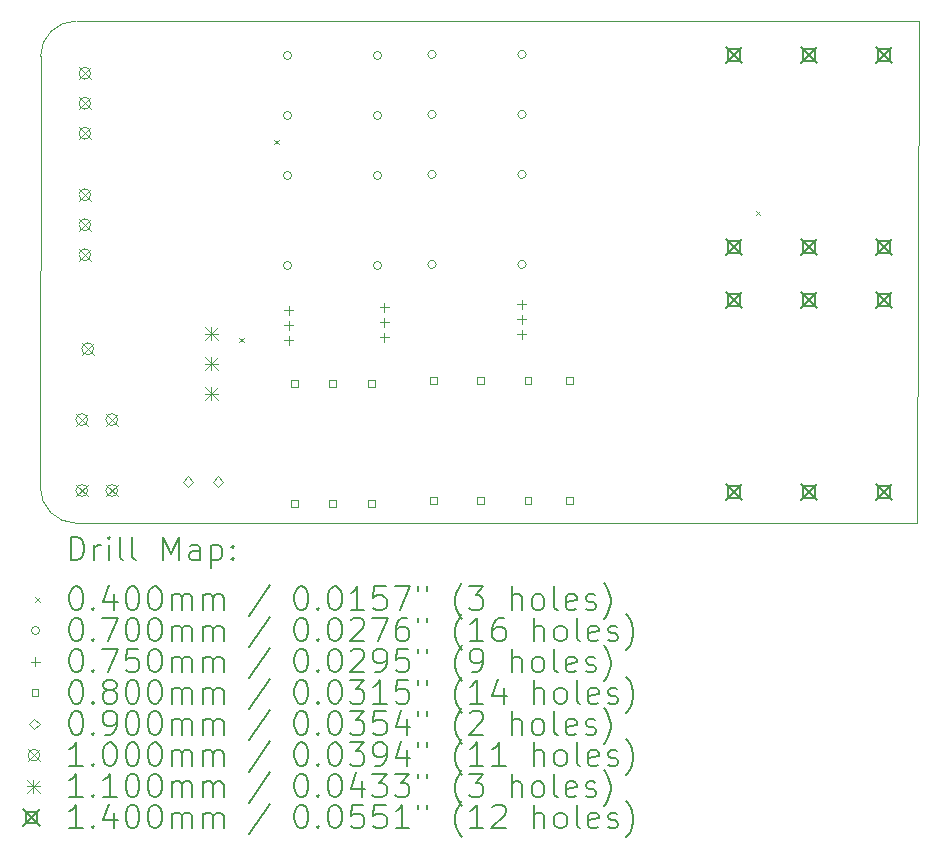
<source format=gbr>
%TF.GenerationSoftware,KiCad,Pcbnew,7.0.9*%
%TF.CreationDate,2023-12-28T11:44:17-05:00*%
%TF.ProjectId,PedalboardMain,50656461-6c62-46f6-9172-644d61696e2e,rev?*%
%TF.SameCoordinates,Original*%
%TF.FileFunction,Drillmap*%
%TF.FilePolarity,Positive*%
%FSLAX45Y45*%
G04 Gerber Fmt 4.5, Leading zero omitted, Abs format (unit mm)*
G04 Created by KiCad (PCBNEW 7.0.9) date 2023-12-28 11:44:17*
%MOMM*%
%LPD*%
G01*
G04 APERTURE LIST*
%ADD10C,0.100000*%
%ADD11C,0.200000*%
%ADD12C,0.110000*%
%ADD13C,0.140000*%
G04 APERTURE END LIST*
D10*
X18500000Y-12000000D02*
X11375000Y-12001040D01*
X11375000Y-7750000D02*
G75*
G03*
X11075000Y-8050000I0J-300000D01*
G01*
X18512500Y-7750000D02*
X18500000Y-12000000D01*
X11387500Y-7750000D02*
X18512500Y-7750000D01*
X11073960Y-11700000D02*
G75*
G03*
X11375000Y-12001040I301040J0D01*
G01*
X11073960Y-11700000D02*
X11075000Y-8050000D01*
D11*
D10*
X12755000Y-10430000D02*
X12795000Y-10470000D01*
X12795000Y-10430000D02*
X12755000Y-10470000D01*
X13055000Y-8755000D02*
X13095000Y-8795000D01*
X13095000Y-8755000D02*
X13055000Y-8795000D01*
X17130000Y-9355000D02*
X17170000Y-9395000D01*
X17170000Y-9355000D02*
X17130000Y-9395000D01*
X13200500Y-8042000D02*
G75*
G03*
X13200500Y-8042000I-35000J0D01*
G01*
X13200500Y-8550000D02*
G75*
G03*
X13200500Y-8550000I-35000J0D01*
G01*
X13200500Y-9058000D02*
G75*
G03*
X13200500Y-9058000I-35000J0D01*
G01*
X13200500Y-9820000D02*
G75*
G03*
X13200500Y-9820000I-35000J0D01*
G01*
X13962500Y-8042000D02*
G75*
G03*
X13962500Y-8042000I-35000J0D01*
G01*
X13962500Y-8550000D02*
G75*
G03*
X13962500Y-8550000I-35000J0D01*
G01*
X13962500Y-9058000D02*
G75*
G03*
X13962500Y-9058000I-35000J0D01*
G01*
X13962500Y-9820000D02*
G75*
G03*
X13962500Y-9820000I-35000J0D01*
G01*
X14424250Y-8032750D02*
G75*
G03*
X14424250Y-8032750I-35000J0D01*
G01*
X14424250Y-8540750D02*
G75*
G03*
X14424250Y-8540750I-35000J0D01*
G01*
X14424250Y-9048750D02*
G75*
G03*
X14424250Y-9048750I-35000J0D01*
G01*
X14424250Y-9810750D02*
G75*
G03*
X14424250Y-9810750I-35000J0D01*
G01*
X15186250Y-8032750D02*
G75*
G03*
X15186250Y-8032750I-35000J0D01*
G01*
X15186250Y-8540750D02*
G75*
G03*
X15186250Y-8540750I-35000J0D01*
G01*
X15186250Y-9048750D02*
G75*
G03*
X15186250Y-9048750I-35000J0D01*
G01*
X15186250Y-9810750D02*
G75*
G03*
X15186250Y-9810750I-35000J0D01*
G01*
X13175000Y-10160500D02*
X13175000Y-10235500D01*
X13137500Y-10198000D02*
X13212500Y-10198000D01*
X13175000Y-10287500D02*
X13175000Y-10362500D01*
X13137500Y-10325000D02*
X13212500Y-10325000D01*
X13175000Y-10414500D02*
X13175000Y-10489500D01*
X13137500Y-10452000D02*
X13212500Y-10452000D01*
X13986000Y-10135500D02*
X13986000Y-10210500D01*
X13948500Y-10173000D02*
X14023500Y-10173000D01*
X13986000Y-10262500D02*
X13986000Y-10337500D01*
X13948500Y-10300000D02*
X14023500Y-10300000D01*
X13986000Y-10389500D02*
X13986000Y-10464500D01*
X13948500Y-10427000D02*
X14023500Y-10427000D01*
X15150000Y-10112500D02*
X15150000Y-10187500D01*
X15112500Y-10150000D02*
X15187500Y-10150000D01*
X15150000Y-10239500D02*
X15150000Y-10314500D01*
X15112500Y-10277000D02*
X15187500Y-10277000D01*
X15150000Y-10366500D02*
X15150000Y-10441500D01*
X15112500Y-10404000D02*
X15187500Y-10404000D01*
X13253284Y-10845285D02*
X13253284Y-10788716D01*
X13196715Y-10788716D01*
X13196715Y-10845285D01*
X13253284Y-10845285D01*
X13253284Y-11861284D02*
X13253284Y-11804715D01*
X13196715Y-11804715D01*
X13196715Y-11861284D01*
X13253284Y-11861284D01*
X13578284Y-10845285D02*
X13578284Y-10788716D01*
X13521715Y-10788716D01*
X13521715Y-10845285D01*
X13578284Y-10845285D01*
X13578284Y-11861284D02*
X13578284Y-11804715D01*
X13521715Y-11804715D01*
X13521715Y-11861284D01*
X13578284Y-11861284D01*
X13903284Y-10845285D02*
X13903284Y-10788716D01*
X13846715Y-10788716D01*
X13846715Y-10845285D01*
X13903284Y-10845285D01*
X13903284Y-11861284D02*
X13903284Y-11804715D01*
X13846715Y-11804715D01*
X13846715Y-11861284D01*
X13903284Y-11861284D01*
X14428284Y-10820285D02*
X14428284Y-10763716D01*
X14371715Y-10763716D01*
X14371715Y-10820285D01*
X14428284Y-10820285D01*
X14428284Y-11836284D02*
X14428284Y-11779715D01*
X14371715Y-11779715D01*
X14371715Y-11836284D01*
X14428284Y-11836284D01*
X14828284Y-10820285D02*
X14828284Y-10763716D01*
X14771715Y-10763716D01*
X14771715Y-10820285D01*
X14828284Y-10820285D01*
X14828284Y-11836284D02*
X14828284Y-11779715D01*
X14771715Y-11779715D01*
X14771715Y-11836284D01*
X14828284Y-11836284D01*
X15230284Y-10820285D02*
X15230284Y-10763716D01*
X15173715Y-10763716D01*
X15173715Y-10820285D01*
X15230284Y-10820285D01*
X15230284Y-11836284D02*
X15230284Y-11779715D01*
X15173715Y-11779715D01*
X15173715Y-11836284D01*
X15230284Y-11836284D01*
X15580284Y-10820285D02*
X15580284Y-10763716D01*
X15523715Y-10763716D01*
X15523715Y-10820285D01*
X15580284Y-10820285D01*
X15580284Y-11836284D02*
X15580284Y-11779715D01*
X15523715Y-11779715D01*
X15523715Y-11836284D01*
X15580284Y-11836284D01*
X12323500Y-11695000D02*
X12368500Y-11650000D01*
X12323500Y-11605000D01*
X12278500Y-11650000D01*
X12323500Y-11695000D01*
X12577500Y-11695000D02*
X12622500Y-11650000D01*
X12577500Y-11605000D01*
X12532500Y-11650000D01*
X12577500Y-11695000D01*
X11375000Y-11075000D02*
X11475000Y-11175000D01*
X11475000Y-11075000D02*
X11375000Y-11175000D01*
X11475000Y-11125000D02*
G75*
G03*
X11475000Y-11125000I-50000J0D01*
G01*
X11375000Y-11675000D02*
X11475000Y-11775000D01*
X11475000Y-11675000D02*
X11375000Y-11775000D01*
X11475000Y-11725000D02*
G75*
G03*
X11475000Y-11725000I-50000J0D01*
G01*
X11400000Y-8142000D02*
X11500000Y-8242000D01*
X11500000Y-8142000D02*
X11400000Y-8242000D01*
X11500000Y-8192000D02*
G75*
G03*
X11500000Y-8192000I-50000J0D01*
G01*
X11400000Y-8396000D02*
X11500000Y-8496000D01*
X11500000Y-8396000D02*
X11400000Y-8496000D01*
X11500000Y-8446000D02*
G75*
G03*
X11500000Y-8446000I-50000J0D01*
G01*
X11400000Y-8650000D02*
X11500000Y-8750000D01*
X11500000Y-8650000D02*
X11400000Y-8750000D01*
X11500000Y-8700000D02*
G75*
G03*
X11500000Y-8700000I-50000J0D01*
G01*
X11400000Y-9171000D02*
X11500000Y-9271000D01*
X11500000Y-9171000D02*
X11400000Y-9271000D01*
X11500000Y-9221000D02*
G75*
G03*
X11500000Y-9221000I-50000J0D01*
G01*
X11400000Y-9425000D02*
X11500000Y-9525000D01*
X11500000Y-9425000D02*
X11400000Y-9525000D01*
X11500000Y-9475000D02*
G75*
G03*
X11500000Y-9475000I-50000J0D01*
G01*
X11400000Y-9679000D02*
X11500000Y-9779000D01*
X11500000Y-9679000D02*
X11400000Y-9779000D01*
X11500000Y-9729000D02*
G75*
G03*
X11500000Y-9729000I-50000J0D01*
G01*
X11425000Y-10475000D02*
X11525000Y-10575000D01*
X11525000Y-10475000D02*
X11425000Y-10575000D01*
X11525000Y-10525000D02*
G75*
G03*
X11525000Y-10525000I-50000J0D01*
G01*
X11629000Y-11075000D02*
X11729000Y-11175000D01*
X11729000Y-11075000D02*
X11629000Y-11175000D01*
X11729000Y-11125000D02*
G75*
G03*
X11729000Y-11125000I-50000J0D01*
G01*
X11629000Y-11675000D02*
X11729000Y-11775000D01*
X11729000Y-11675000D02*
X11629000Y-11775000D01*
X11729000Y-11725000D02*
G75*
G03*
X11729000Y-11725000I-50000J0D01*
G01*
D12*
X12464500Y-10341000D02*
X12574500Y-10451000D01*
X12574500Y-10341000D02*
X12464500Y-10451000D01*
X12519500Y-10341000D02*
X12519500Y-10451000D01*
X12464500Y-10396000D02*
X12574500Y-10396000D01*
X12464500Y-10595000D02*
X12574500Y-10705000D01*
X12574500Y-10595000D02*
X12464500Y-10705000D01*
X12519500Y-10595000D02*
X12519500Y-10705000D01*
X12464500Y-10650000D02*
X12574500Y-10650000D01*
X12464500Y-10849000D02*
X12574500Y-10959000D01*
X12574500Y-10849000D02*
X12464500Y-10959000D01*
X12519500Y-10849000D02*
X12519500Y-10959000D01*
X12464500Y-10904000D02*
X12574500Y-10904000D01*
D13*
X16877500Y-7968500D02*
X17017500Y-8108500D01*
X17017500Y-7968500D02*
X16877500Y-8108500D01*
X16996998Y-8087998D02*
X16996998Y-7989002D01*
X16898002Y-7989002D01*
X16898002Y-8087998D01*
X16996998Y-8087998D01*
X16877500Y-9591500D02*
X17017500Y-9731500D01*
X17017500Y-9591500D02*
X16877500Y-9731500D01*
X16996998Y-9710998D02*
X16996998Y-9612002D01*
X16898002Y-9612002D01*
X16898002Y-9710998D01*
X16996998Y-9710998D01*
X16877500Y-10043500D02*
X17017500Y-10183500D01*
X17017500Y-10043500D02*
X16877500Y-10183500D01*
X16996998Y-10162998D02*
X16996998Y-10064002D01*
X16898002Y-10064002D01*
X16898002Y-10162998D01*
X16996998Y-10162998D01*
X16877500Y-11666500D02*
X17017500Y-11806500D01*
X17017500Y-11666500D02*
X16877500Y-11806500D01*
X16996998Y-11785998D02*
X16996998Y-11687002D01*
X16898002Y-11687002D01*
X16898002Y-11785998D01*
X16996998Y-11785998D01*
X17512500Y-7968500D02*
X17652500Y-8108500D01*
X17652500Y-7968500D02*
X17512500Y-8108500D01*
X17631998Y-8087998D02*
X17631998Y-7989002D01*
X17533002Y-7989002D01*
X17533002Y-8087998D01*
X17631998Y-8087998D01*
X17512500Y-9591500D02*
X17652500Y-9731500D01*
X17652500Y-9591500D02*
X17512500Y-9731500D01*
X17631998Y-9710998D02*
X17631998Y-9612002D01*
X17533002Y-9612002D01*
X17533002Y-9710998D01*
X17631998Y-9710998D01*
X17512500Y-10043500D02*
X17652500Y-10183500D01*
X17652500Y-10043500D02*
X17512500Y-10183500D01*
X17631998Y-10162998D02*
X17631998Y-10064002D01*
X17533002Y-10064002D01*
X17533002Y-10162998D01*
X17631998Y-10162998D01*
X17512500Y-11666500D02*
X17652500Y-11806500D01*
X17652500Y-11666500D02*
X17512500Y-11806500D01*
X17631998Y-11785998D02*
X17631998Y-11687002D01*
X17533002Y-11687002D01*
X17533002Y-11785998D01*
X17631998Y-11785998D01*
X18147500Y-7968500D02*
X18287500Y-8108500D01*
X18287500Y-7968500D02*
X18147500Y-8108500D01*
X18266998Y-8087998D02*
X18266998Y-7989002D01*
X18168002Y-7989002D01*
X18168002Y-8087998D01*
X18266998Y-8087998D01*
X18147500Y-9591500D02*
X18287500Y-9731500D01*
X18287500Y-9591500D02*
X18147500Y-9731500D01*
X18266998Y-9710998D02*
X18266998Y-9612002D01*
X18168002Y-9612002D01*
X18168002Y-9710998D01*
X18266998Y-9710998D01*
X18147500Y-10043500D02*
X18287500Y-10183500D01*
X18287500Y-10043500D02*
X18147500Y-10183500D01*
X18266998Y-10162998D02*
X18266998Y-10064002D01*
X18168002Y-10064002D01*
X18168002Y-10162998D01*
X18266998Y-10162998D01*
X18147500Y-11666500D02*
X18287500Y-11806500D01*
X18287500Y-11666500D02*
X18147500Y-11806500D01*
X18266998Y-11785998D02*
X18266998Y-11687002D01*
X18168002Y-11687002D01*
X18168002Y-11785998D01*
X18266998Y-11785998D01*
D11*
X11329737Y-12317524D02*
X11329737Y-12117524D01*
X11329737Y-12117524D02*
X11377356Y-12117524D01*
X11377356Y-12117524D02*
X11405927Y-12127047D01*
X11405927Y-12127047D02*
X11424975Y-12146095D01*
X11424975Y-12146095D02*
X11434499Y-12165143D01*
X11434499Y-12165143D02*
X11444023Y-12203238D01*
X11444023Y-12203238D02*
X11444023Y-12231809D01*
X11444023Y-12231809D02*
X11434499Y-12269904D01*
X11434499Y-12269904D02*
X11424975Y-12288952D01*
X11424975Y-12288952D02*
X11405927Y-12308000D01*
X11405927Y-12308000D02*
X11377356Y-12317524D01*
X11377356Y-12317524D02*
X11329737Y-12317524D01*
X11529737Y-12317524D02*
X11529737Y-12184190D01*
X11529737Y-12222285D02*
X11539261Y-12203238D01*
X11539261Y-12203238D02*
X11548785Y-12193714D01*
X11548785Y-12193714D02*
X11567832Y-12184190D01*
X11567832Y-12184190D02*
X11586880Y-12184190D01*
X11653546Y-12317524D02*
X11653546Y-12184190D01*
X11653546Y-12117524D02*
X11644023Y-12127047D01*
X11644023Y-12127047D02*
X11653546Y-12136571D01*
X11653546Y-12136571D02*
X11663070Y-12127047D01*
X11663070Y-12127047D02*
X11653546Y-12117524D01*
X11653546Y-12117524D02*
X11653546Y-12136571D01*
X11777356Y-12317524D02*
X11758308Y-12308000D01*
X11758308Y-12308000D02*
X11748785Y-12288952D01*
X11748785Y-12288952D02*
X11748785Y-12117524D01*
X11882118Y-12317524D02*
X11863070Y-12308000D01*
X11863070Y-12308000D02*
X11853546Y-12288952D01*
X11853546Y-12288952D02*
X11853546Y-12117524D01*
X12110689Y-12317524D02*
X12110689Y-12117524D01*
X12110689Y-12117524D02*
X12177356Y-12260381D01*
X12177356Y-12260381D02*
X12244023Y-12117524D01*
X12244023Y-12117524D02*
X12244023Y-12317524D01*
X12424975Y-12317524D02*
X12424975Y-12212762D01*
X12424975Y-12212762D02*
X12415451Y-12193714D01*
X12415451Y-12193714D02*
X12396404Y-12184190D01*
X12396404Y-12184190D02*
X12358308Y-12184190D01*
X12358308Y-12184190D02*
X12339261Y-12193714D01*
X12424975Y-12308000D02*
X12405927Y-12317524D01*
X12405927Y-12317524D02*
X12358308Y-12317524D01*
X12358308Y-12317524D02*
X12339261Y-12308000D01*
X12339261Y-12308000D02*
X12329737Y-12288952D01*
X12329737Y-12288952D02*
X12329737Y-12269904D01*
X12329737Y-12269904D02*
X12339261Y-12250857D01*
X12339261Y-12250857D02*
X12358308Y-12241333D01*
X12358308Y-12241333D02*
X12405927Y-12241333D01*
X12405927Y-12241333D02*
X12424975Y-12231809D01*
X12520213Y-12184190D02*
X12520213Y-12384190D01*
X12520213Y-12193714D02*
X12539261Y-12184190D01*
X12539261Y-12184190D02*
X12577356Y-12184190D01*
X12577356Y-12184190D02*
X12596404Y-12193714D01*
X12596404Y-12193714D02*
X12605927Y-12203238D01*
X12605927Y-12203238D02*
X12615451Y-12222285D01*
X12615451Y-12222285D02*
X12615451Y-12279428D01*
X12615451Y-12279428D02*
X12605927Y-12298476D01*
X12605927Y-12298476D02*
X12596404Y-12308000D01*
X12596404Y-12308000D02*
X12577356Y-12317524D01*
X12577356Y-12317524D02*
X12539261Y-12317524D01*
X12539261Y-12317524D02*
X12520213Y-12308000D01*
X12701166Y-12298476D02*
X12710689Y-12308000D01*
X12710689Y-12308000D02*
X12701166Y-12317524D01*
X12701166Y-12317524D02*
X12691642Y-12308000D01*
X12691642Y-12308000D02*
X12701166Y-12298476D01*
X12701166Y-12298476D02*
X12701166Y-12317524D01*
X12701166Y-12193714D02*
X12710689Y-12203238D01*
X12710689Y-12203238D02*
X12701166Y-12212762D01*
X12701166Y-12212762D02*
X12691642Y-12203238D01*
X12691642Y-12203238D02*
X12701166Y-12193714D01*
X12701166Y-12193714D02*
X12701166Y-12212762D01*
D10*
X11028960Y-12626040D02*
X11068960Y-12666040D01*
X11068960Y-12626040D02*
X11028960Y-12666040D01*
D11*
X11367832Y-12537524D02*
X11386880Y-12537524D01*
X11386880Y-12537524D02*
X11405927Y-12547047D01*
X11405927Y-12547047D02*
X11415451Y-12556571D01*
X11415451Y-12556571D02*
X11424975Y-12575619D01*
X11424975Y-12575619D02*
X11434499Y-12613714D01*
X11434499Y-12613714D02*
X11434499Y-12661333D01*
X11434499Y-12661333D02*
X11424975Y-12699428D01*
X11424975Y-12699428D02*
X11415451Y-12718476D01*
X11415451Y-12718476D02*
X11405927Y-12728000D01*
X11405927Y-12728000D02*
X11386880Y-12737524D01*
X11386880Y-12737524D02*
X11367832Y-12737524D01*
X11367832Y-12737524D02*
X11348785Y-12728000D01*
X11348785Y-12728000D02*
X11339261Y-12718476D01*
X11339261Y-12718476D02*
X11329737Y-12699428D01*
X11329737Y-12699428D02*
X11320213Y-12661333D01*
X11320213Y-12661333D02*
X11320213Y-12613714D01*
X11320213Y-12613714D02*
X11329737Y-12575619D01*
X11329737Y-12575619D02*
X11339261Y-12556571D01*
X11339261Y-12556571D02*
X11348785Y-12547047D01*
X11348785Y-12547047D02*
X11367832Y-12537524D01*
X11520213Y-12718476D02*
X11529737Y-12728000D01*
X11529737Y-12728000D02*
X11520213Y-12737524D01*
X11520213Y-12737524D02*
X11510689Y-12728000D01*
X11510689Y-12728000D02*
X11520213Y-12718476D01*
X11520213Y-12718476D02*
X11520213Y-12737524D01*
X11701166Y-12604190D02*
X11701166Y-12737524D01*
X11653546Y-12528000D02*
X11605927Y-12670857D01*
X11605927Y-12670857D02*
X11729737Y-12670857D01*
X11844023Y-12537524D02*
X11863070Y-12537524D01*
X11863070Y-12537524D02*
X11882118Y-12547047D01*
X11882118Y-12547047D02*
X11891642Y-12556571D01*
X11891642Y-12556571D02*
X11901166Y-12575619D01*
X11901166Y-12575619D02*
X11910689Y-12613714D01*
X11910689Y-12613714D02*
X11910689Y-12661333D01*
X11910689Y-12661333D02*
X11901166Y-12699428D01*
X11901166Y-12699428D02*
X11891642Y-12718476D01*
X11891642Y-12718476D02*
X11882118Y-12728000D01*
X11882118Y-12728000D02*
X11863070Y-12737524D01*
X11863070Y-12737524D02*
X11844023Y-12737524D01*
X11844023Y-12737524D02*
X11824975Y-12728000D01*
X11824975Y-12728000D02*
X11815451Y-12718476D01*
X11815451Y-12718476D02*
X11805927Y-12699428D01*
X11805927Y-12699428D02*
X11796404Y-12661333D01*
X11796404Y-12661333D02*
X11796404Y-12613714D01*
X11796404Y-12613714D02*
X11805927Y-12575619D01*
X11805927Y-12575619D02*
X11815451Y-12556571D01*
X11815451Y-12556571D02*
X11824975Y-12547047D01*
X11824975Y-12547047D02*
X11844023Y-12537524D01*
X12034499Y-12537524D02*
X12053547Y-12537524D01*
X12053547Y-12537524D02*
X12072594Y-12547047D01*
X12072594Y-12547047D02*
X12082118Y-12556571D01*
X12082118Y-12556571D02*
X12091642Y-12575619D01*
X12091642Y-12575619D02*
X12101166Y-12613714D01*
X12101166Y-12613714D02*
X12101166Y-12661333D01*
X12101166Y-12661333D02*
X12091642Y-12699428D01*
X12091642Y-12699428D02*
X12082118Y-12718476D01*
X12082118Y-12718476D02*
X12072594Y-12728000D01*
X12072594Y-12728000D02*
X12053547Y-12737524D01*
X12053547Y-12737524D02*
X12034499Y-12737524D01*
X12034499Y-12737524D02*
X12015451Y-12728000D01*
X12015451Y-12728000D02*
X12005927Y-12718476D01*
X12005927Y-12718476D02*
X11996404Y-12699428D01*
X11996404Y-12699428D02*
X11986880Y-12661333D01*
X11986880Y-12661333D02*
X11986880Y-12613714D01*
X11986880Y-12613714D02*
X11996404Y-12575619D01*
X11996404Y-12575619D02*
X12005927Y-12556571D01*
X12005927Y-12556571D02*
X12015451Y-12547047D01*
X12015451Y-12547047D02*
X12034499Y-12537524D01*
X12186880Y-12737524D02*
X12186880Y-12604190D01*
X12186880Y-12623238D02*
X12196404Y-12613714D01*
X12196404Y-12613714D02*
X12215451Y-12604190D01*
X12215451Y-12604190D02*
X12244023Y-12604190D01*
X12244023Y-12604190D02*
X12263070Y-12613714D01*
X12263070Y-12613714D02*
X12272594Y-12632762D01*
X12272594Y-12632762D02*
X12272594Y-12737524D01*
X12272594Y-12632762D02*
X12282118Y-12613714D01*
X12282118Y-12613714D02*
X12301166Y-12604190D01*
X12301166Y-12604190D02*
X12329737Y-12604190D01*
X12329737Y-12604190D02*
X12348785Y-12613714D01*
X12348785Y-12613714D02*
X12358308Y-12632762D01*
X12358308Y-12632762D02*
X12358308Y-12737524D01*
X12453547Y-12737524D02*
X12453547Y-12604190D01*
X12453547Y-12623238D02*
X12463070Y-12613714D01*
X12463070Y-12613714D02*
X12482118Y-12604190D01*
X12482118Y-12604190D02*
X12510689Y-12604190D01*
X12510689Y-12604190D02*
X12529737Y-12613714D01*
X12529737Y-12613714D02*
X12539261Y-12632762D01*
X12539261Y-12632762D02*
X12539261Y-12737524D01*
X12539261Y-12632762D02*
X12548785Y-12613714D01*
X12548785Y-12613714D02*
X12567832Y-12604190D01*
X12567832Y-12604190D02*
X12596404Y-12604190D01*
X12596404Y-12604190D02*
X12615451Y-12613714D01*
X12615451Y-12613714D02*
X12624975Y-12632762D01*
X12624975Y-12632762D02*
X12624975Y-12737524D01*
X13015451Y-12528000D02*
X12844023Y-12785143D01*
X13272594Y-12537524D02*
X13291642Y-12537524D01*
X13291642Y-12537524D02*
X13310690Y-12547047D01*
X13310690Y-12547047D02*
X13320213Y-12556571D01*
X13320213Y-12556571D02*
X13329737Y-12575619D01*
X13329737Y-12575619D02*
X13339261Y-12613714D01*
X13339261Y-12613714D02*
X13339261Y-12661333D01*
X13339261Y-12661333D02*
X13329737Y-12699428D01*
X13329737Y-12699428D02*
X13320213Y-12718476D01*
X13320213Y-12718476D02*
X13310690Y-12728000D01*
X13310690Y-12728000D02*
X13291642Y-12737524D01*
X13291642Y-12737524D02*
X13272594Y-12737524D01*
X13272594Y-12737524D02*
X13253547Y-12728000D01*
X13253547Y-12728000D02*
X13244023Y-12718476D01*
X13244023Y-12718476D02*
X13234499Y-12699428D01*
X13234499Y-12699428D02*
X13224975Y-12661333D01*
X13224975Y-12661333D02*
X13224975Y-12613714D01*
X13224975Y-12613714D02*
X13234499Y-12575619D01*
X13234499Y-12575619D02*
X13244023Y-12556571D01*
X13244023Y-12556571D02*
X13253547Y-12547047D01*
X13253547Y-12547047D02*
X13272594Y-12537524D01*
X13424975Y-12718476D02*
X13434499Y-12728000D01*
X13434499Y-12728000D02*
X13424975Y-12737524D01*
X13424975Y-12737524D02*
X13415451Y-12728000D01*
X13415451Y-12728000D02*
X13424975Y-12718476D01*
X13424975Y-12718476D02*
X13424975Y-12737524D01*
X13558309Y-12537524D02*
X13577356Y-12537524D01*
X13577356Y-12537524D02*
X13596404Y-12547047D01*
X13596404Y-12547047D02*
X13605928Y-12556571D01*
X13605928Y-12556571D02*
X13615451Y-12575619D01*
X13615451Y-12575619D02*
X13624975Y-12613714D01*
X13624975Y-12613714D02*
X13624975Y-12661333D01*
X13624975Y-12661333D02*
X13615451Y-12699428D01*
X13615451Y-12699428D02*
X13605928Y-12718476D01*
X13605928Y-12718476D02*
X13596404Y-12728000D01*
X13596404Y-12728000D02*
X13577356Y-12737524D01*
X13577356Y-12737524D02*
X13558309Y-12737524D01*
X13558309Y-12737524D02*
X13539261Y-12728000D01*
X13539261Y-12728000D02*
X13529737Y-12718476D01*
X13529737Y-12718476D02*
X13520213Y-12699428D01*
X13520213Y-12699428D02*
X13510690Y-12661333D01*
X13510690Y-12661333D02*
X13510690Y-12613714D01*
X13510690Y-12613714D02*
X13520213Y-12575619D01*
X13520213Y-12575619D02*
X13529737Y-12556571D01*
X13529737Y-12556571D02*
X13539261Y-12547047D01*
X13539261Y-12547047D02*
X13558309Y-12537524D01*
X13815451Y-12737524D02*
X13701166Y-12737524D01*
X13758309Y-12737524D02*
X13758309Y-12537524D01*
X13758309Y-12537524D02*
X13739261Y-12566095D01*
X13739261Y-12566095D02*
X13720213Y-12585143D01*
X13720213Y-12585143D02*
X13701166Y-12594666D01*
X13996404Y-12537524D02*
X13901166Y-12537524D01*
X13901166Y-12537524D02*
X13891642Y-12632762D01*
X13891642Y-12632762D02*
X13901166Y-12623238D01*
X13901166Y-12623238D02*
X13920213Y-12613714D01*
X13920213Y-12613714D02*
X13967832Y-12613714D01*
X13967832Y-12613714D02*
X13986880Y-12623238D01*
X13986880Y-12623238D02*
X13996404Y-12632762D01*
X13996404Y-12632762D02*
X14005928Y-12651809D01*
X14005928Y-12651809D02*
X14005928Y-12699428D01*
X14005928Y-12699428D02*
X13996404Y-12718476D01*
X13996404Y-12718476D02*
X13986880Y-12728000D01*
X13986880Y-12728000D02*
X13967832Y-12737524D01*
X13967832Y-12737524D02*
X13920213Y-12737524D01*
X13920213Y-12737524D02*
X13901166Y-12728000D01*
X13901166Y-12728000D02*
X13891642Y-12718476D01*
X14072594Y-12537524D02*
X14205928Y-12537524D01*
X14205928Y-12537524D02*
X14120213Y-12737524D01*
X14272594Y-12537524D02*
X14272594Y-12575619D01*
X14348785Y-12537524D02*
X14348785Y-12575619D01*
X14644023Y-12813714D02*
X14634499Y-12804190D01*
X14634499Y-12804190D02*
X14615452Y-12775619D01*
X14615452Y-12775619D02*
X14605928Y-12756571D01*
X14605928Y-12756571D02*
X14596404Y-12728000D01*
X14596404Y-12728000D02*
X14586880Y-12680381D01*
X14586880Y-12680381D02*
X14586880Y-12642285D01*
X14586880Y-12642285D02*
X14596404Y-12594666D01*
X14596404Y-12594666D02*
X14605928Y-12566095D01*
X14605928Y-12566095D02*
X14615452Y-12547047D01*
X14615452Y-12547047D02*
X14634499Y-12518476D01*
X14634499Y-12518476D02*
X14644023Y-12508952D01*
X14701166Y-12537524D02*
X14824975Y-12537524D01*
X14824975Y-12537524D02*
X14758309Y-12613714D01*
X14758309Y-12613714D02*
X14786880Y-12613714D01*
X14786880Y-12613714D02*
X14805928Y-12623238D01*
X14805928Y-12623238D02*
X14815452Y-12632762D01*
X14815452Y-12632762D02*
X14824975Y-12651809D01*
X14824975Y-12651809D02*
X14824975Y-12699428D01*
X14824975Y-12699428D02*
X14815452Y-12718476D01*
X14815452Y-12718476D02*
X14805928Y-12728000D01*
X14805928Y-12728000D02*
X14786880Y-12737524D01*
X14786880Y-12737524D02*
X14729737Y-12737524D01*
X14729737Y-12737524D02*
X14710690Y-12728000D01*
X14710690Y-12728000D02*
X14701166Y-12718476D01*
X15063071Y-12737524D02*
X15063071Y-12537524D01*
X15148785Y-12737524D02*
X15148785Y-12632762D01*
X15148785Y-12632762D02*
X15139261Y-12613714D01*
X15139261Y-12613714D02*
X15120214Y-12604190D01*
X15120214Y-12604190D02*
X15091642Y-12604190D01*
X15091642Y-12604190D02*
X15072594Y-12613714D01*
X15072594Y-12613714D02*
X15063071Y-12623238D01*
X15272594Y-12737524D02*
X15253547Y-12728000D01*
X15253547Y-12728000D02*
X15244023Y-12718476D01*
X15244023Y-12718476D02*
X15234499Y-12699428D01*
X15234499Y-12699428D02*
X15234499Y-12642285D01*
X15234499Y-12642285D02*
X15244023Y-12623238D01*
X15244023Y-12623238D02*
X15253547Y-12613714D01*
X15253547Y-12613714D02*
X15272594Y-12604190D01*
X15272594Y-12604190D02*
X15301166Y-12604190D01*
X15301166Y-12604190D02*
X15320214Y-12613714D01*
X15320214Y-12613714D02*
X15329737Y-12623238D01*
X15329737Y-12623238D02*
X15339261Y-12642285D01*
X15339261Y-12642285D02*
X15339261Y-12699428D01*
X15339261Y-12699428D02*
X15329737Y-12718476D01*
X15329737Y-12718476D02*
X15320214Y-12728000D01*
X15320214Y-12728000D02*
X15301166Y-12737524D01*
X15301166Y-12737524D02*
X15272594Y-12737524D01*
X15453547Y-12737524D02*
X15434499Y-12728000D01*
X15434499Y-12728000D02*
X15424975Y-12708952D01*
X15424975Y-12708952D02*
X15424975Y-12537524D01*
X15605928Y-12728000D02*
X15586880Y-12737524D01*
X15586880Y-12737524D02*
X15548785Y-12737524D01*
X15548785Y-12737524D02*
X15529737Y-12728000D01*
X15529737Y-12728000D02*
X15520214Y-12708952D01*
X15520214Y-12708952D02*
X15520214Y-12632762D01*
X15520214Y-12632762D02*
X15529737Y-12613714D01*
X15529737Y-12613714D02*
X15548785Y-12604190D01*
X15548785Y-12604190D02*
X15586880Y-12604190D01*
X15586880Y-12604190D02*
X15605928Y-12613714D01*
X15605928Y-12613714D02*
X15615452Y-12632762D01*
X15615452Y-12632762D02*
X15615452Y-12651809D01*
X15615452Y-12651809D02*
X15520214Y-12670857D01*
X15691642Y-12728000D02*
X15710690Y-12737524D01*
X15710690Y-12737524D02*
X15748785Y-12737524D01*
X15748785Y-12737524D02*
X15767833Y-12728000D01*
X15767833Y-12728000D02*
X15777356Y-12708952D01*
X15777356Y-12708952D02*
X15777356Y-12699428D01*
X15777356Y-12699428D02*
X15767833Y-12680381D01*
X15767833Y-12680381D02*
X15748785Y-12670857D01*
X15748785Y-12670857D02*
X15720214Y-12670857D01*
X15720214Y-12670857D02*
X15701166Y-12661333D01*
X15701166Y-12661333D02*
X15691642Y-12642285D01*
X15691642Y-12642285D02*
X15691642Y-12632762D01*
X15691642Y-12632762D02*
X15701166Y-12613714D01*
X15701166Y-12613714D02*
X15720214Y-12604190D01*
X15720214Y-12604190D02*
X15748785Y-12604190D01*
X15748785Y-12604190D02*
X15767833Y-12613714D01*
X15844023Y-12813714D02*
X15853547Y-12804190D01*
X15853547Y-12804190D02*
X15872595Y-12775619D01*
X15872595Y-12775619D02*
X15882118Y-12756571D01*
X15882118Y-12756571D02*
X15891642Y-12728000D01*
X15891642Y-12728000D02*
X15901166Y-12680381D01*
X15901166Y-12680381D02*
X15901166Y-12642285D01*
X15901166Y-12642285D02*
X15891642Y-12594666D01*
X15891642Y-12594666D02*
X15882118Y-12566095D01*
X15882118Y-12566095D02*
X15872595Y-12547047D01*
X15872595Y-12547047D02*
X15853547Y-12518476D01*
X15853547Y-12518476D02*
X15844023Y-12508952D01*
D10*
X11068960Y-12910040D02*
G75*
G03*
X11068960Y-12910040I-35000J0D01*
G01*
D11*
X11367832Y-12801524D02*
X11386880Y-12801524D01*
X11386880Y-12801524D02*
X11405927Y-12811047D01*
X11405927Y-12811047D02*
X11415451Y-12820571D01*
X11415451Y-12820571D02*
X11424975Y-12839619D01*
X11424975Y-12839619D02*
X11434499Y-12877714D01*
X11434499Y-12877714D02*
X11434499Y-12925333D01*
X11434499Y-12925333D02*
X11424975Y-12963428D01*
X11424975Y-12963428D02*
X11415451Y-12982476D01*
X11415451Y-12982476D02*
X11405927Y-12992000D01*
X11405927Y-12992000D02*
X11386880Y-13001524D01*
X11386880Y-13001524D02*
X11367832Y-13001524D01*
X11367832Y-13001524D02*
X11348785Y-12992000D01*
X11348785Y-12992000D02*
X11339261Y-12982476D01*
X11339261Y-12982476D02*
X11329737Y-12963428D01*
X11329737Y-12963428D02*
X11320213Y-12925333D01*
X11320213Y-12925333D02*
X11320213Y-12877714D01*
X11320213Y-12877714D02*
X11329737Y-12839619D01*
X11329737Y-12839619D02*
X11339261Y-12820571D01*
X11339261Y-12820571D02*
X11348785Y-12811047D01*
X11348785Y-12811047D02*
X11367832Y-12801524D01*
X11520213Y-12982476D02*
X11529737Y-12992000D01*
X11529737Y-12992000D02*
X11520213Y-13001524D01*
X11520213Y-13001524D02*
X11510689Y-12992000D01*
X11510689Y-12992000D02*
X11520213Y-12982476D01*
X11520213Y-12982476D02*
X11520213Y-13001524D01*
X11596404Y-12801524D02*
X11729737Y-12801524D01*
X11729737Y-12801524D02*
X11644023Y-13001524D01*
X11844023Y-12801524D02*
X11863070Y-12801524D01*
X11863070Y-12801524D02*
X11882118Y-12811047D01*
X11882118Y-12811047D02*
X11891642Y-12820571D01*
X11891642Y-12820571D02*
X11901166Y-12839619D01*
X11901166Y-12839619D02*
X11910689Y-12877714D01*
X11910689Y-12877714D02*
X11910689Y-12925333D01*
X11910689Y-12925333D02*
X11901166Y-12963428D01*
X11901166Y-12963428D02*
X11891642Y-12982476D01*
X11891642Y-12982476D02*
X11882118Y-12992000D01*
X11882118Y-12992000D02*
X11863070Y-13001524D01*
X11863070Y-13001524D02*
X11844023Y-13001524D01*
X11844023Y-13001524D02*
X11824975Y-12992000D01*
X11824975Y-12992000D02*
X11815451Y-12982476D01*
X11815451Y-12982476D02*
X11805927Y-12963428D01*
X11805927Y-12963428D02*
X11796404Y-12925333D01*
X11796404Y-12925333D02*
X11796404Y-12877714D01*
X11796404Y-12877714D02*
X11805927Y-12839619D01*
X11805927Y-12839619D02*
X11815451Y-12820571D01*
X11815451Y-12820571D02*
X11824975Y-12811047D01*
X11824975Y-12811047D02*
X11844023Y-12801524D01*
X12034499Y-12801524D02*
X12053547Y-12801524D01*
X12053547Y-12801524D02*
X12072594Y-12811047D01*
X12072594Y-12811047D02*
X12082118Y-12820571D01*
X12082118Y-12820571D02*
X12091642Y-12839619D01*
X12091642Y-12839619D02*
X12101166Y-12877714D01*
X12101166Y-12877714D02*
X12101166Y-12925333D01*
X12101166Y-12925333D02*
X12091642Y-12963428D01*
X12091642Y-12963428D02*
X12082118Y-12982476D01*
X12082118Y-12982476D02*
X12072594Y-12992000D01*
X12072594Y-12992000D02*
X12053547Y-13001524D01*
X12053547Y-13001524D02*
X12034499Y-13001524D01*
X12034499Y-13001524D02*
X12015451Y-12992000D01*
X12015451Y-12992000D02*
X12005927Y-12982476D01*
X12005927Y-12982476D02*
X11996404Y-12963428D01*
X11996404Y-12963428D02*
X11986880Y-12925333D01*
X11986880Y-12925333D02*
X11986880Y-12877714D01*
X11986880Y-12877714D02*
X11996404Y-12839619D01*
X11996404Y-12839619D02*
X12005927Y-12820571D01*
X12005927Y-12820571D02*
X12015451Y-12811047D01*
X12015451Y-12811047D02*
X12034499Y-12801524D01*
X12186880Y-13001524D02*
X12186880Y-12868190D01*
X12186880Y-12887238D02*
X12196404Y-12877714D01*
X12196404Y-12877714D02*
X12215451Y-12868190D01*
X12215451Y-12868190D02*
X12244023Y-12868190D01*
X12244023Y-12868190D02*
X12263070Y-12877714D01*
X12263070Y-12877714D02*
X12272594Y-12896762D01*
X12272594Y-12896762D02*
X12272594Y-13001524D01*
X12272594Y-12896762D02*
X12282118Y-12877714D01*
X12282118Y-12877714D02*
X12301166Y-12868190D01*
X12301166Y-12868190D02*
X12329737Y-12868190D01*
X12329737Y-12868190D02*
X12348785Y-12877714D01*
X12348785Y-12877714D02*
X12358308Y-12896762D01*
X12358308Y-12896762D02*
X12358308Y-13001524D01*
X12453547Y-13001524D02*
X12453547Y-12868190D01*
X12453547Y-12887238D02*
X12463070Y-12877714D01*
X12463070Y-12877714D02*
X12482118Y-12868190D01*
X12482118Y-12868190D02*
X12510689Y-12868190D01*
X12510689Y-12868190D02*
X12529737Y-12877714D01*
X12529737Y-12877714D02*
X12539261Y-12896762D01*
X12539261Y-12896762D02*
X12539261Y-13001524D01*
X12539261Y-12896762D02*
X12548785Y-12877714D01*
X12548785Y-12877714D02*
X12567832Y-12868190D01*
X12567832Y-12868190D02*
X12596404Y-12868190D01*
X12596404Y-12868190D02*
X12615451Y-12877714D01*
X12615451Y-12877714D02*
X12624975Y-12896762D01*
X12624975Y-12896762D02*
X12624975Y-13001524D01*
X13015451Y-12792000D02*
X12844023Y-13049143D01*
X13272594Y-12801524D02*
X13291642Y-12801524D01*
X13291642Y-12801524D02*
X13310690Y-12811047D01*
X13310690Y-12811047D02*
X13320213Y-12820571D01*
X13320213Y-12820571D02*
X13329737Y-12839619D01*
X13329737Y-12839619D02*
X13339261Y-12877714D01*
X13339261Y-12877714D02*
X13339261Y-12925333D01*
X13339261Y-12925333D02*
X13329737Y-12963428D01*
X13329737Y-12963428D02*
X13320213Y-12982476D01*
X13320213Y-12982476D02*
X13310690Y-12992000D01*
X13310690Y-12992000D02*
X13291642Y-13001524D01*
X13291642Y-13001524D02*
X13272594Y-13001524D01*
X13272594Y-13001524D02*
X13253547Y-12992000D01*
X13253547Y-12992000D02*
X13244023Y-12982476D01*
X13244023Y-12982476D02*
X13234499Y-12963428D01*
X13234499Y-12963428D02*
X13224975Y-12925333D01*
X13224975Y-12925333D02*
X13224975Y-12877714D01*
X13224975Y-12877714D02*
X13234499Y-12839619D01*
X13234499Y-12839619D02*
X13244023Y-12820571D01*
X13244023Y-12820571D02*
X13253547Y-12811047D01*
X13253547Y-12811047D02*
X13272594Y-12801524D01*
X13424975Y-12982476D02*
X13434499Y-12992000D01*
X13434499Y-12992000D02*
X13424975Y-13001524D01*
X13424975Y-13001524D02*
X13415451Y-12992000D01*
X13415451Y-12992000D02*
X13424975Y-12982476D01*
X13424975Y-12982476D02*
X13424975Y-13001524D01*
X13558309Y-12801524D02*
X13577356Y-12801524D01*
X13577356Y-12801524D02*
X13596404Y-12811047D01*
X13596404Y-12811047D02*
X13605928Y-12820571D01*
X13605928Y-12820571D02*
X13615451Y-12839619D01*
X13615451Y-12839619D02*
X13624975Y-12877714D01*
X13624975Y-12877714D02*
X13624975Y-12925333D01*
X13624975Y-12925333D02*
X13615451Y-12963428D01*
X13615451Y-12963428D02*
X13605928Y-12982476D01*
X13605928Y-12982476D02*
X13596404Y-12992000D01*
X13596404Y-12992000D02*
X13577356Y-13001524D01*
X13577356Y-13001524D02*
X13558309Y-13001524D01*
X13558309Y-13001524D02*
X13539261Y-12992000D01*
X13539261Y-12992000D02*
X13529737Y-12982476D01*
X13529737Y-12982476D02*
X13520213Y-12963428D01*
X13520213Y-12963428D02*
X13510690Y-12925333D01*
X13510690Y-12925333D02*
X13510690Y-12877714D01*
X13510690Y-12877714D02*
X13520213Y-12839619D01*
X13520213Y-12839619D02*
X13529737Y-12820571D01*
X13529737Y-12820571D02*
X13539261Y-12811047D01*
X13539261Y-12811047D02*
X13558309Y-12801524D01*
X13701166Y-12820571D02*
X13710690Y-12811047D01*
X13710690Y-12811047D02*
X13729737Y-12801524D01*
X13729737Y-12801524D02*
X13777356Y-12801524D01*
X13777356Y-12801524D02*
X13796404Y-12811047D01*
X13796404Y-12811047D02*
X13805928Y-12820571D01*
X13805928Y-12820571D02*
X13815451Y-12839619D01*
X13815451Y-12839619D02*
X13815451Y-12858666D01*
X13815451Y-12858666D02*
X13805928Y-12887238D01*
X13805928Y-12887238D02*
X13691642Y-13001524D01*
X13691642Y-13001524D02*
X13815451Y-13001524D01*
X13882118Y-12801524D02*
X14015451Y-12801524D01*
X14015451Y-12801524D02*
X13929737Y-13001524D01*
X14177356Y-12801524D02*
X14139261Y-12801524D01*
X14139261Y-12801524D02*
X14120213Y-12811047D01*
X14120213Y-12811047D02*
X14110690Y-12820571D01*
X14110690Y-12820571D02*
X14091642Y-12849143D01*
X14091642Y-12849143D02*
X14082118Y-12887238D01*
X14082118Y-12887238D02*
X14082118Y-12963428D01*
X14082118Y-12963428D02*
X14091642Y-12982476D01*
X14091642Y-12982476D02*
X14101166Y-12992000D01*
X14101166Y-12992000D02*
X14120213Y-13001524D01*
X14120213Y-13001524D02*
X14158309Y-13001524D01*
X14158309Y-13001524D02*
X14177356Y-12992000D01*
X14177356Y-12992000D02*
X14186880Y-12982476D01*
X14186880Y-12982476D02*
X14196404Y-12963428D01*
X14196404Y-12963428D02*
X14196404Y-12915809D01*
X14196404Y-12915809D02*
X14186880Y-12896762D01*
X14186880Y-12896762D02*
X14177356Y-12887238D01*
X14177356Y-12887238D02*
X14158309Y-12877714D01*
X14158309Y-12877714D02*
X14120213Y-12877714D01*
X14120213Y-12877714D02*
X14101166Y-12887238D01*
X14101166Y-12887238D02*
X14091642Y-12896762D01*
X14091642Y-12896762D02*
X14082118Y-12915809D01*
X14272594Y-12801524D02*
X14272594Y-12839619D01*
X14348785Y-12801524D02*
X14348785Y-12839619D01*
X14644023Y-13077714D02*
X14634499Y-13068190D01*
X14634499Y-13068190D02*
X14615452Y-13039619D01*
X14615452Y-13039619D02*
X14605928Y-13020571D01*
X14605928Y-13020571D02*
X14596404Y-12992000D01*
X14596404Y-12992000D02*
X14586880Y-12944381D01*
X14586880Y-12944381D02*
X14586880Y-12906285D01*
X14586880Y-12906285D02*
X14596404Y-12858666D01*
X14596404Y-12858666D02*
X14605928Y-12830095D01*
X14605928Y-12830095D02*
X14615452Y-12811047D01*
X14615452Y-12811047D02*
X14634499Y-12782476D01*
X14634499Y-12782476D02*
X14644023Y-12772952D01*
X14824975Y-13001524D02*
X14710690Y-13001524D01*
X14767832Y-13001524D02*
X14767832Y-12801524D01*
X14767832Y-12801524D02*
X14748785Y-12830095D01*
X14748785Y-12830095D02*
X14729737Y-12849143D01*
X14729737Y-12849143D02*
X14710690Y-12858666D01*
X14996404Y-12801524D02*
X14958309Y-12801524D01*
X14958309Y-12801524D02*
X14939261Y-12811047D01*
X14939261Y-12811047D02*
X14929737Y-12820571D01*
X14929737Y-12820571D02*
X14910690Y-12849143D01*
X14910690Y-12849143D02*
X14901166Y-12887238D01*
X14901166Y-12887238D02*
X14901166Y-12963428D01*
X14901166Y-12963428D02*
X14910690Y-12982476D01*
X14910690Y-12982476D02*
X14920213Y-12992000D01*
X14920213Y-12992000D02*
X14939261Y-13001524D01*
X14939261Y-13001524D02*
X14977356Y-13001524D01*
X14977356Y-13001524D02*
X14996404Y-12992000D01*
X14996404Y-12992000D02*
X15005928Y-12982476D01*
X15005928Y-12982476D02*
X15015452Y-12963428D01*
X15015452Y-12963428D02*
X15015452Y-12915809D01*
X15015452Y-12915809D02*
X15005928Y-12896762D01*
X15005928Y-12896762D02*
X14996404Y-12887238D01*
X14996404Y-12887238D02*
X14977356Y-12877714D01*
X14977356Y-12877714D02*
X14939261Y-12877714D01*
X14939261Y-12877714D02*
X14920213Y-12887238D01*
X14920213Y-12887238D02*
X14910690Y-12896762D01*
X14910690Y-12896762D02*
X14901166Y-12915809D01*
X15253547Y-13001524D02*
X15253547Y-12801524D01*
X15339261Y-13001524D02*
X15339261Y-12896762D01*
X15339261Y-12896762D02*
X15329737Y-12877714D01*
X15329737Y-12877714D02*
X15310690Y-12868190D01*
X15310690Y-12868190D02*
X15282118Y-12868190D01*
X15282118Y-12868190D02*
X15263071Y-12877714D01*
X15263071Y-12877714D02*
X15253547Y-12887238D01*
X15463071Y-13001524D02*
X15444023Y-12992000D01*
X15444023Y-12992000D02*
X15434499Y-12982476D01*
X15434499Y-12982476D02*
X15424975Y-12963428D01*
X15424975Y-12963428D02*
X15424975Y-12906285D01*
X15424975Y-12906285D02*
X15434499Y-12887238D01*
X15434499Y-12887238D02*
X15444023Y-12877714D01*
X15444023Y-12877714D02*
X15463071Y-12868190D01*
X15463071Y-12868190D02*
X15491642Y-12868190D01*
X15491642Y-12868190D02*
X15510690Y-12877714D01*
X15510690Y-12877714D02*
X15520214Y-12887238D01*
X15520214Y-12887238D02*
X15529737Y-12906285D01*
X15529737Y-12906285D02*
X15529737Y-12963428D01*
X15529737Y-12963428D02*
X15520214Y-12982476D01*
X15520214Y-12982476D02*
X15510690Y-12992000D01*
X15510690Y-12992000D02*
X15491642Y-13001524D01*
X15491642Y-13001524D02*
X15463071Y-13001524D01*
X15644023Y-13001524D02*
X15624975Y-12992000D01*
X15624975Y-12992000D02*
X15615452Y-12972952D01*
X15615452Y-12972952D02*
X15615452Y-12801524D01*
X15796404Y-12992000D02*
X15777356Y-13001524D01*
X15777356Y-13001524D02*
X15739261Y-13001524D01*
X15739261Y-13001524D02*
X15720214Y-12992000D01*
X15720214Y-12992000D02*
X15710690Y-12972952D01*
X15710690Y-12972952D02*
X15710690Y-12896762D01*
X15710690Y-12896762D02*
X15720214Y-12877714D01*
X15720214Y-12877714D02*
X15739261Y-12868190D01*
X15739261Y-12868190D02*
X15777356Y-12868190D01*
X15777356Y-12868190D02*
X15796404Y-12877714D01*
X15796404Y-12877714D02*
X15805928Y-12896762D01*
X15805928Y-12896762D02*
X15805928Y-12915809D01*
X15805928Y-12915809D02*
X15710690Y-12934857D01*
X15882118Y-12992000D02*
X15901166Y-13001524D01*
X15901166Y-13001524D02*
X15939261Y-13001524D01*
X15939261Y-13001524D02*
X15958309Y-12992000D01*
X15958309Y-12992000D02*
X15967833Y-12972952D01*
X15967833Y-12972952D02*
X15967833Y-12963428D01*
X15967833Y-12963428D02*
X15958309Y-12944381D01*
X15958309Y-12944381D02*
X15939261Y-12934857D01*
X15939261Y-12934857D02*
X15910690Y-12934857D01*
X15910690Y-12934857D02*
X15891642Y-12925333D01*
X15891642Y-12925333D02*
X15882118Y-12906285D01*
X15882118Y-12906285D02*
X15882118Y-12896762D01*
X15882118Y-12896762D02*
X15891642Y-12877714D01*
X15891642Y-12877714D02*
X15910690Y-12868190D01*
X15910690Y-12868190D02*
X15939261Y-12868190D01*
X15939261Y-12868190D02*
X15958309Y-12877714D01*
X16034499Y-13077714D02*
X16044023Y-13068190D01*
X16044023Y-13068190D02*
X16063071Y-13039619D01*
X16063071Y-13039619D02*
X16072595Y-13020571D01*
X16072595Y-13020571D02*
X16082118Y-12992000D01*
X16082118Y-12992000D02*
X16091642Y-12944381D01*
X16091642Y-12944381D02*
X16091642Y-12906285D01*
X16091642Y-12906285D02*
X16082118Y-12858666D01*
X16082118Y-12858666D02*
X16072595Y-12830095D01*
X16072595Y-12830095D02*
X16063071Y-12811047D01*
X16063071Y-12811047D02*
X16044023Y-12782476D01*
X16044023Y-12782476D02*
X16034499Y-12772952D01*
D10*
X11031460Y-13136540D02*
X11031460Y-13211540D01*
X10993960Y-13174040D02*
X11068960Y-13174040D01*
D11*
X11367832Y-13065524D02*
X11386880Y-13065524D01*
X11386880Y-13065524D02*
X11405927Y-13075047D01*
X11405927Y-13075047D02*
X11415451Y-13084571D01*
X11415451Y-13084571D02*
X11424975Y-13103619D01*
X11424975Y-13103619D02*
X11434499Y-13141714D01*
X11434499Y-13141714D02*
X11434499Y-13189333D01*
X11434499Y-13189333D02*
X11424975Y-13227428D01*
X11424975Y-13227428D02*
X11415451Y-13246476D01*
X11415451Y-13246476D02*
X11405927Y-13256000D01*
X11405927Y-13256000D02*
X11386880Y-13265524D01*
X11386880Y-13265524D02*
X11367832Y-13265524D01*
X11367832Y-13265524D02*
X11348785Y-13256000D01*
X11348785Y-13256000D02*
X11339261Y-13246476D01*
X11339261Y-13246476D02*
X11329737Y-13227428D01*
X11329737Y-13227428D02*
X11320213Y-13189333D01*
X11320213Y-13189333D02*
X11320213Y-13141714D01*
X11320213Y-13141714D02*
X11329737Y-13103619D01*
X11329737Y-13103619D02*
X11339261Y-13084571D01*
X11339261Y-13084571D02*
X11348785Y-13075047D01*
X11348785Y-13075047D02*
X11367832Y-13065524D01*
X11520213Y-13246476D02*
X11529737Y-13256000D01*
X11529737Y-13256000D02*
X11520213Y-13265524D01*
X11520213Y-13265524D02*
X11510689Y-13256000D01*
X11510689Y-13256000D02*
X11520213Y-13246476D01*
X11520213Y-13246476D02*
X11520213Y-13265524D01*
X11596404Y-13065524D02*
X11729737Y-13065524D01*
X11729737Y-13065524D02*
X11644023Y-13265524D01*
X11901166Y-13065524D02*
X11805927Y-13065524D01*
X11805927Y-13065524D02*
X11796404Y-13160762D01*
X11796404Y-13160762D02*
X11805927Y-13151238D01*
X11805927Y-13151238D02*
X11824975Y-13141714D01*
X11824975Y-13141714D02*
X11872594Y-13141714D01*
X11872594Y-13141714D02*
X11891642Y-13151238D01*
X11891642Y-13151238D02*
X11901166Y-13160762D01*
X11901166Y-13160762D02*
X11910689Y-13179809D01*
X11910689Y-13179809D02*
X11910689Y-13227428D01*
X11910689Y-13227428D02*
X11901166Y-13246476D01*
X11901166Y-13246476D02*
X11891642Y-13256000D01*
X11891642Y-13256000D02*
X11872594Y-13265524D01*
X11872594Y-13265524D02*
X11824975Y-13265524D01*
X11824975Y-13265524D02*
X11805927Y-13256000D01*
X11805927Y-13256000D02*
X11796404Y-13246476D01*
X12034499Y-13065524D02*
X12053547Y-13065524D01*
X12053547Y-13065524D02*
X12072594Y-13075047D01*
X12072594Y-13075047D02*
X12082118Y-13084571D01*
X12082118Y-13084571D02*
X12091642Y-13103619D01*
X12091642Y-13103619D02*
X12101166Y-13141714D01*
X12101166Y-13141714D02*
X12101166Y-13189333D01*
X12101166Y-13189333D02*
X12091642Y-13227428D01*
X12091642Y-13227428D02*
X12082118Y-13246476D01*
X12082118Y-13246476D02*
X12072594Y-13256000D01*
X12072594Y-13256000D02*
X12053547Y-13265524D01*
X12053547Y-13265524D02*
X12034499Y-13265524D01*
X12034499Y-13265524D02*
X12015451Y-13256000D01*
X12015451Y-13256000D02*
X12005927Y-13246476D01*
X12005927Y-13246476D02*
X11996404Y-13227428D01*
X11996404Y-13227428D02*
X11986880Y-13189333D01*
X11986880Y-13189333D02*
X11986880Y-13141714D01*
X11986880Y-13141714D02*
X11996404Y-13103619D01*
X11996404Y-13103619D02*
X12005927Y-13084571D01*
X12005927Y-13084571D02*
X12015451Y-13075047D01*
X12015451Y-13075047D02*
X12034499Y-13065524D01*
X12186880Y-13265524D02*
X12186880Y-13132190D01*
X12186880Y-13151238D02*
X12196404Y-13141714D01*
X12196404Y-13141714D02*
X12215451Y-13132190D01*
X12215451Y-13132190D02*
X12244023Y-13132190D01*
X12244023Y-13132190D02*
X12263070Y-13141714D01*
X12263070Y-13141714D02*
X12272594Y-13160762D01*
X12272594Y-13160762D02*
X12272594Y-13265524D01*
X12272594Y-13160762D02*
X12282118Y-13141714D01*
X12282118Y-13141714D02*
X12301166Y-13132190D01*
X12301166Y-13132190D02*
X12329737Y-13132190D01*
X12329737Y-13132190D02*
X12348785Y-13141714D01*
X12348785Y-13141714D02*
X12358308Y-13160762D01*
X12358308Y-13160762D02*
X12358308Y-13265524D01*
X12453547Y-13265524D02*
X12453547Y-13132190D01*
X12453547Y-13151238D02*
X12463070Y-13141714D01*
X12463070Y-13141714D02*
X12482118Y-13132190D01*
X12482118Y-13132190D02*
X12510689Y-13132190D01*
X12510689Y-13132190D02*
X12529737Y-13141714D01*
X12529737Y-13141714D02*
X12539261Y-13160762D01*
X12539261Y-13160762D02*
X12539261Y-13265524D01*
X12539261Y-13160762D02*
X12548785Y-13141714D01*
X12548785Y-13141714D02*
X12567832Y-13132190D01*
X12567832Y-13132190D02*
X12596404Y-13132190D01*
X12596404Y-13132190D02*
X12615451Y-13141714D01*
X12615451Y-13141714D02*
X12624975Y-13160762D01*
X12624975Y-13160762D02*
X12624975Y-13265524D01*
X13015451Y-13056000D02*
X12844023Y-13313143D01*
X13272594Y-13065524D02*
X13291642Y-13065524D01*
X13291642Y-13065524D02*
X13310690Y-13075047D01*
X13310690Y-13075047D02*
X13320213Y-13084571D01*
X13320213Y-13084571D02*
X13329737Y-13103619D01*
X13329737Y-13103619D02*
X13339261Y-13141714D01*
X13339261Y-13141714D02*
X13339261Y-13189333D01*
X13339261Y-13189333D02*
X13329737Y-13227428D01*
X13329737Y-13227428D02*
X13320213Y-13246476D01*
X13320213Y-13246476D02*
X13310690Y-13256000D01*
X13310690Y-13256000D02*
X13291642Y-13265524D01*
X13291642Y-13265524D02*
X13272594Y-13265524D01*
X13272594Y-13265524D02*
X13253547Y-13256000D01*
X13253547Y-13256000D02*
X13244023Y-13246476D01*
X13244023Y-13246476D02*
X13234499Y-13227428D01*
X13234499Y-13227428D02*
X13224975Y-13189333D01*
X13224975Y-13189333D02*
X13224975Y-13141714D01*
X13224975Y-13141714D02*
X13234499Y-13103619D01*
X13234499Y-13103619D02*
X13244023Y-13084571D01*
X13244023Y-13084571D02*
X13253547Y-13075047D01*
X13253547Y-13075047D02*
X13272594Y-13065524D01*
X13424975Y-13246476D02*
X13434499Y-13256000D01*
X13434499Y-13256000D02*
X13424975Y-13265524D01*
X13424975Y-13265524D02*
X13415451Y-13256000D01*
X13415451Y-13256000D02*
X13424975Y-13246476D01*
X13424975Y-13246476D02*
X13424975Y-13265524D01*
X13558309Y-13065524D02*
X13577356Y-13065524D01*
X13577356Y-13065524D02*
X13596404Y-13075047D01*
X13596404Y-13075047D02*
X13605928Y-13084571D01*
X13605928Y-13084571D02*
X13615451Y-13103619D01*
X13615451Y-13103619D02*
X13624975Y-13141714D01*
X13624975Y-13141714D02*
X13624975Y-13189333D01*
X13624975Y-13189333D02*
X13615451Y-13227428D01*
X13615451Y-13227428D02*
X13605928Y-13246476D01*
X13605928Y-13246476D02*
X13596404Y-13256000D01*
X13596404Y-13256000D02*
X13577356Y-13265524D01*
X13577356Y-13265524D02*
X13558309Y-13265524D01*
X13558309Y-13265524D02*
X13539261Y-13256000D01*
X13539261Y-13256000D02*
X13529737Y-13246476D01*
X13529737Y-13246476D02*
X13520213Y-13227428D01*
X13520213Y-13227428D02*
X13510690Y-13189333D01*
X13510690Y-13189333D02*
X13510690Y-13141714D01*
X13510690Y-13141714D02*
X13520213Y-13103619D01*
X13520213Y-13103619D02*
X13529737Y-13084571D01*
X13529737Y-13084571D02*
X13539261Y-13075047D01*
X13539261Y-13075047D02*
X13558309Y-13065524D01*
X13701166Y-13084571D02*
X13710690Y-13075047D01*
X13710690Y-13075047D02*
X13729737Y-13065524D01*
X13729737Y-13065524D02*
X13777356Y-13065524D01*
X13777356Y-13065524D02*
X13796404Y-13075047D01*
X13796404Y-13075047D02*
X13805928Y-13084571D01*
X13805928Y-13084571D02*
X13815451Y-13103619D01*
X13815451Y-13103619D02*
X13815451Y-13122666D01*
X13815451Y-13122666D02*
X13805928Y-13151238D01*
X13805928Y-13151238D02*
X13691642Y-13265524D01*
X13691642Y-13265524D02*
X13815451Y-13265524D01*
X13910690Y-13265524D02*
X13948785Y-13265524D01*
X13948785Y-13265524D02*
X13967832Y-13256000D01*
X13967832Y-13256000D02*
X13977356Y-13246476D01*
X13977356Y-13246476D02*
X13996404Y-13217904D01*
X13996404Y-13217904D02*
X14005928Y-13179809D01*
X14005928Y-13179809D02*
X14005928Y-13103619D01*
X14005928Y-13103619D02*
X13996404Y-13084571D01*
X13996404Y-13084571D02*
X13986880Y-13075047D01*
X13986880Y-13075047D02*
X13967832Y-13065524D01*
X13967832Y-13065524D02*
X13929737Y-13065524D01*
X13929737Y-13065524D02*
X13910690Y-13075047D01*
X13910690Y-13075047D02*
X13901166Y-13084571D01*
X13901166Y-13084571D02*
X13891642Y-13103619D01*
X13891642Y-13103619D02*
X13891642Y-13151238D01*
X13891642Y-13151238D02*
X13901166Y-13170285D01*
X13901166Y-13170285D02*
X13910690Y-13179809D01*
X13910690Y-13179809D02*
X13929737Y-13189333D01*
X13929737Y-13189333D02*
X13967832Y-13189333D01*
X13967832Y-13189333D02*
X13986880Y-13179809D01*
X13986880Y-13179809D02*
X13996404Y-13170285D01*
X13996404Y-13170285D02*
X14005928Y-13151238D01*
X14186880Y-13065524D02*
X14091642Y-13065524D01*
X14091642Y-13065524D02*
X14082118Y-13160762D01*
X14082118Y-13160762D02*
X14091642Y-13151238D01*
X14091642Y-13151238D02*
X14110690Y-13141714D01*
X14110690Y-13141714D02*
X14158309Y-13141714D01*
X14158309Y-13141714D02*
X14177356Y-13151238D01*
X14177356Y-13151238D02*
X14186880Y-13160762D01*
X14186880Y-13160762D02*
X14196404Y-13179809D01*
X14196404Y-13179809D02*
X14196404Y-13227428D01*
X14196404Y-13227428D02*
X14186880Y-13246476D01*
X14186880Y-13246476D02*
X14177356Y-13256000D01*
X14177356Y-13256000D02*
X14158309Y-13265524D01*
X14158309Y-13265524D02*
X14110690Y-13265524D01*
X14110690Y-13265524D02*
X14091642Y-13256000D01*
X14091642Y-13256000D02*
X14082118Y-13246476D01*
X14272594Y-13065524D02*
X14272594Y-13103619D01*
X14348785Y-13065524D02*
X14348785Y-13103619D01*
X14644023Y-13341714D02*
X14634499Y-13332190D01*
X14634499Y-13332190D02*
X14615452Y-13303619D01*
X14615452Y-13303619D02*
X14605928Y-13284571D01*
X14605928Y-13284571D02*
X14596404Y-13256000D01*
X14596404Y-13256000D02*
X14586880Y-13208381D01*
X14586880Y-13208381D02*
X14586880Y-13170285D01*
X14586880Y-13170285D02*
X14596404Y-13122666D01*
X14596404Y-13122666D02*
X14605928Y-13094095D01*
X14605928Y-13094095D02*
X14615452Y-13075047D01*
X14615452Y-13075047D02*
X14634499Y-13046476D01*
X14634499Y-13046476D02*
X14644023Y-13036952D01*
X14729737Y-13265524D02*
X14767832Y-13265524D01*
X14767832Y-13265524D02*
X14786880Y-13256000D01*
X14786880Y-13256000D02*
X14796404Y-13246476D01*
X14796404Y-13246476D02*
X14815452Y-13217904D01*
X14815452Y-13217904D02*
X14824975Y-13179809D01*
X14824975Y-13179809D02*
X14824975Y-13103619D01*
X14824975Y-13103619D02*
X14815452Y-13084571D01*
X14815452Y-13084571D02*
X14805928Y-13075047D01*
X14805928Y-13075047D02*
X14786880Y-13065524D01*
X14786880Y-13065524D02*
X14748785Y-13065524D01*
X14748785Y-13065524D02*
X14729737Y-13075047D01*
X14729737Y-13075047D02*
X14720213Y-13084571D01*
X14720213Y-13084571D02*
X14710690Y-13103619D01*
X14710690Y-13103619D02*
X14710690Y-13151238D01*
X14710690Y-13151238D02*
X14720213Y-13170285D01*
X14720213Y-13170285D02*
X14729737Y-13179809D01*
X14729737Y-13179809D02*
X14748785Y-13189333D01*
X14748785Y-13189333D02*
X14786880Y-13189333D01*
X14786880Y-13189333D02*
X14805928Y-13179809D01*
X14805928Y-13179809D02*
X14815452Y-13170285D01*
X14815452Y-13170285D02*
X14824975Y-13151238D01*
X15063071Y-13265524D02*
X15063071Y-13065524D01*
X15148785Y-13265524D02*
X15148785Y-13160762D01*
X15148785Y-13160762D02*
X15139261Y-13141714D01*
X15139261Y-13141714D02*
X15120214Y-13132190D01*
X15120214Y-13132190D02*
X15091642Y-13132190D01*
X15091642Y-13132190D02*
X15072594Y-13141714D01*
X15072594Y-13141714D02*
X15063071Y-13151238D01*
X15272594Y-13265524D02*
X15253547Y-13256000D01*
X15253547Y-13256000D02*
X15244023Y-13246476D01*
X15244023Y-13246476D02*
X15234499Y-13227428D01*
X15234499Y-13227428D02*
X15234499Y-13170285D01*
X15234499Y-13170285D02*
X15244023Y-13151238D01*
X15244023Y-13151238D02*
X15253547Y-13141714D01*
X15253547Y-13141714D02*
X15272594Y-13132190D01*
X15272594Y-13132190D02*
X15301166Y-13132190D01*
X15301166Y-13132190D02*
X15320214Y-13141714D01*
X15320214Y-13141714D02*
X15329737Y-13151238D01*
X15329737Y-13151238D02*
X15339261Y-13170285D01*
X15339261Y-13170285D02*
X15339261Y-13227428D01*
X15339261Y-13227428D02*
X15329737Y-13246476D01*
X15329737Y-13246476D02*
X15320214Y-13256000D01*
X15320214Y-13256000D02*
X15301166Y-13265524D01*
X15301166Y-13265524D02*
X15272594Y-13265524D01*
X15453547Y-13265524D02*
X15434499Y-13256000D01*
X15434499Y-13256000D02*
X15424975Y-13236952D01*
X15424975Y-13236952D02*
X15424975Y-13065524D01*
X15605928Y-13256000D02*
X15586880Y-13265524D01*
X15586880Y-13265524D02*
X15548785Y-13265524D01*
X15548785Y-13265524D02*
X15529737Y-13256000D01*
X15529737Y-13256000D02*
X15520214Y-13236952D01*
X15520214Y-13236952D02*
X15520214Y-13160762D01*
X15520214Y-13160762D02*
X15529737Y-13141714D01*
X15529737Y-13141714D02*
X15548785Y-13132190D01*
X15548785Y-13132190D02*
X15586880Y-13132190D01*
X15586880Y-13132190D02*
X15605928Y-13141714D01*
X15605928Y-13141714D02*
X15615452Y-13160762D01*
X15615452Y-13160762D02*
X15615452Y-13179809D01*
X15615452Y-13179809D02*
X15520214Y-13198857D01*
X15691642Y-13256000D02*
X15710690Y-13265524D01*
X15710690Y-13265524D02*
X15748785Y-13265524D01*
X15748785Y-13265524D02*
X15767833Y-13256000D01*
X15767833Y-13256000D02*
X15777356Y-13236952D01*
X15777356Y-13236952D02*
X15777356Y-13227428D01*
X15777356Y-13227428D02*
X15767833Y-13208381D01*
X15767833Y-13208381D02*
X15748785Y-13198857D01*
X15748785Y-13198857D02*
X15720214Y-13198857D01*
X15720214Y-13198857D02*
X15701166Y-13189333D01*
X15701166Y-13189333D02*
X15691642Y-13170285D01*
X15691642Y-13170285D02*
X15691642Y-13160762D01*
X15691642Y-13160762D02*
X15701166Y-13141714D01*
X15701166Y-13141714D02*
X15720214Y-13132190D01*
X15720214Y-13132190D02*
X15748785Y-13132190D01*
X15748785Y-13132190D02*
X15767833Y-13141714D01*
X15844023Y-13341714D02*
X15853547Y-13332190D01*
X15853547Y-13332190D02*
X15872595Y-13303619D01*
X15872595Y-13303619D02*
X15882118Y-13284571D01*
X15882118Y-13284571D02*
X15891642Y-13256000D01*
X15891642Y-13256000D02*
X15901166Y-13208381D01*
X15901166Y-13208381D02*
X15901166Y-13170285D01*
X15901166Y-13170285D02*
X15891642Y-13122666D01*
X15891642Y-13122666D02*
X15882118Y-13094095D01*
X15882118Y-13094095D02*
X15872595Y-13075047D01*
X15872595Y-13075047D02*
X15853547Y-13046476D01*
X15853547Y-13046476D02*
X15844023Y-13036952D01*
D10*
X11057245Y-13466324D02*
X11057245Y-13409755D01*
X11000676Y-13409755D01*
X11000676Y-13466324D01*
X11057245Y-13466324D01*
D11*
X11367832Y-13329524D02*
X11386880Y-13329524D01*
X11386880Y-13329524D02*
X11405927Y-13339047D01*
X11405927Y-13339047D02*
X11415451Y-13348571D01*
X11415451Y-13348571D02*
X11424975Y-13367619D01*
X11424975Y-13367619D02*
X11434499Y-13405714D01*
X11434499Y-13405714D02*
X11434499Y-13453333D01*
X11434499Y-13453333D02*
X11424975Y-13491428D01*
X11424975Y-13491428D02*
X11415451Y-13510476D01*
X11415451Y-13510476D02*
X11405927Y-13520000D01*
X11405927Y-13520000D02*
X11386880Y-13529524D01*
X11386880Y-13529524D02*
X11367832Y-13529524D01*
X11367832Y-13529524D02*
X11348785Y-13520000D01*
X11348785Y-13520000D02*
X11339261Y-13510476D01*
X11339261Y-13510476D02*
X11329737Y-13491428D01*
X11329737Y-13491428D02*
X11320213Y-13453333D01*
X11320213Y-13453333D02*
X11320213Y-13405714D01*
X11320213Y-13405714D02*
X11329737Y-13367619D01*
X11329737Y-13367619D02*
X11339261Y-13348571D01*
X11339261Y-13348571D02*
X11348785Y-13339047D01*
X11348785Y-13339047D02*
X11367832Y-13329524D01*
X11520213Y-13510476D02*
X11529737Y-13520000D01*
X11529737Y-13520000D02*
X11520213Y-13529524D01*
X11520213Y-13529524D02*
X11510689Y-13520000D01*
X11510689Y-13520000D02*
X11520213Y-13510476D01*
X11520213Y-13510476D02*
X11520213Y-13529524D01*
X11644023Y-13415238D02*
X11624975Y-13405714D01*
X11624975Y-13405714D02*
X11615451Y-13396190D01*
X11615451Y-13396190D02*
X11605927Y-13377143D01*
X11605927Y-13377143D02*
X11605927Y-13367619D01*
X11605927Y-13367619D02*
X11615451Y-13348571D01*
X11615451Y-13348571D02*
X11624975Y-13339047D01*
X11624975Y-13339047D02*
X11644023Y-13329524D01*
X11644023Y-13329524D02*
X11682118Y-13329524D01*
X11682118Y-13329524D02*
X11701166Y-13339047D01*
X11701166Y-13339047D02*
X11710689Y-13348571D01*
X11710689Y-13348571D02*
X11720213Y-13367619D01*
X11720213Y-13367619D02*
X11720213Y-13377143D01*
X11720213Y-13377143D02*
X11710689Y-13396190D01*
X11710689Y-13396190D02*
X11701166Y-13405714D01*
X11701166Y-13405714D02*
X11682118Y-13415238D01*
X11682118Y-13415238D02*
X11644023Y-13415238D01*
X11644023Y-13415238D02*
X11624975Y-13424762D01*
X11624975Y-13424762D02*
X11615451Y-13434285D01*
X11615451Y-13434285D02*
X11605927Y-13453333D01*
X11605927Y-13453333D02*
X11605927Y-13491428D01*
X11605927Y-13491428D02*
X11615451Y-13510476D01*
X11615451Y-13510476D02*
X11624975Y-13520000D01*
X11624975Y-13520000D02*
X11644023Y-13529524D01*
X11644023Y-13529524D02*
X11682118Y-13529524D01*
X11682118Y-13529524D02*
X11701166Y-13520000D01*
X11701166Y-13520000D02*
X11710689Y-13510476D01*
X11710689Y-13510476D02*
X11720213Y-13491428D01*
X11720213Y-13491428D02*
X11720213Y-13453333D01*
X11720213Y-13453333D02*
X11710689Y-13434285D01*
X11710689Y-13434285D02*
X11701166Y-13424762D01*
X11701166Y-13424762D02*
X11682118Y-13415238D01*
X11844023Y-13329524D02*
X11863070Y-13329524D01*
X11863070Y-13329524D02*
X11882118Y-13339047D01*
X11882118Y-13339047D02*
X11891642Y-13348571D01*
X11891642Y-13348571D02*
X11901166Y-13367619D01*
X11901166Y-13367619D02*
X11910689Y-13405714D01*
X11910689Y-13405714D02*
X11910689Y-13453333D01*
X11910689Y-13453333D02*
X11901166Y-13491428D01*
X11901166Y-13491428D02*
X11891642Y-13510476D01*
X11891642Y-13510476D02*
X11882118Y-13520000D01*
X11882118Y-13520000D02*
X11863070Y-13529524D01*
X11863070Y-13529524D02*
X11844023Y-13529524D01*
X11844023Y-13529524D02*
X11824975Y-13520000D01*
X11824975Y-13520000D02*
X11815451Y-13510476D01*
X11815451Y-13510476D02*
X11805927Y-13491428D01*
X11805927Y-13491428D02*
X11796404Y-13453333D01*
X11796404Y-13453333D02*
X11796404Y-13405714D01*
X11796404Y-13405714D02*
X11805927Y-13367619D01*
X11805927Y-13367619D02*
X11815451Y-13348571D01*
X11815451Y-13348571D02*
X11824975Y-13339047D01*
X11824975Y-13339047D02*
X11844023Y-13329524D01*
X12034499Y-13329524D02*
X12053547Y-13329524D01*
X12053547Y-13329524D02*
X12072594Y-13339047D01*
X12072594Y-13339047D02*
X12082118Y-13348571D01*
X12082118Y-13348571D02*
X12091642Y-13367619D01*
X12091642Y-13367619D02*
X12101166Y-13405714D01*
X12101166Y-13405714D02*
X12101166Y-13453333D01*
X12101166Y-13453333D02*
X12091642Y-13491428D01*
X12091642Y-13491428D02*
X12082118Y-13510476D01*
X12082118Y-13510476D02*
X12072594Y-13520000D01*
X12072594Y-13520000D02*
X12053547Y-13529524D01*
X12053547Y-13529524D02*
X12034499Y-13529524D01*
X12034499Y-13529524D02*
X12015451Y-13520000D01*
X12015451Y-13520000D02*
X12005927Y-13510476D01*
X12005927Y-13510476D02*
X11996404Y-13491428D01*
X11996404Y-13491428D02*
X11986880Y-13453333D01*
X11986880Y-13453333D02*
X11986880Y-13405714D01*
X11986880Y-13405714D02*
X11996404Y-13367619D01*
X11996404Y-13367619D02*
X12005927Y-13348571D01*
X12005927Y-13348571D02*
X12015451Y-13339047D01*
X12015451Y-13339047D02*
X12034499Y-13329524D01*
X12186880Y-13529524D02*
X12186880Y-13396190D01*
X12186880Y-13415238D02*
X12196404Y-13405714D01*
X12196404Y-13405714D02*
X12215451Y-13396190D01*
X12215451Y-13396190D02*
X12244023Y-13396190D01*
X12244023Y-13396190D02*
X12263070Y-13405714D01*
X12263070Y-13405714D02*
X12272594Y-13424762D01*
X12272594Y-13424762D02*
X12272594Y-13529524D01*
X12272594Y-13424762D02*
X12282118Y-13405714D01*
X12282118Y-13405714D02*
X12301166Y-13396190D01*
X12301166Y-13396190D02*
X12329737Y-13396190D01*
X12329737Y-13396190D02*
X12348785Y-13405714D01*
X12348785Y-13405714D02*
X12358308Y-13424762D01*
X12358308Y-13424762D02*
X12358308Y-13529524D01*
X12453547Y-13529524D02*
X12453547Y-13396190D01*
X12453547Y-13415238D02*
X12463070Y-13405714D01*
X12463070Y-13405714D02*
X12482118Y-13396190D01*
X12482118Y-13396190D02*
X12510689Y-13396190D01*
X12510689Y-13396190D02*
X12529737Y-13405714D01*
X12529737Y-13405714D02*
X12539261Y-13424762D01*
X12539261Y-13424762D02*
X12539261Y-13529524D01*
X12539261Y-13424762D02*
X12548785Y-13405714D01*
X12548785Y-13405714D02*
X12567832Y-13396190D01*
X12567832Y-13396190D02*
X12596404Y-13396190D01*
X12596404Y-13396190D02*
X12615451Y-13405714D01*
X12615451Y-13405714D02*
X12624975Y-13424762D01*
X12624975Y-13424762D02*
X12624975Y-13529524D01*
X13015451Y-13320000D02*
X12844023Y-13577143D01*
X13272594Y-13329524D02*
X13291642Y-13329524D01*
X13291642Y-13329524D02*
X13310690Y-13339047D01*
X13310690Y-13339047D02*
X13320213Y-13348571D01*
X13320213Y-13348571D02*
X13329737Y-13367619D01*
X13329737Y-13367619D02*
X13339261Y-13405714D01*
X13339261Y-13405714D02*
X13339261Y-13453333D01*
X13339261Y-13453333D02*
X13329737Y-13491428D01*
X13329737Y-13491428D02*
X13320213Y-13510476D01*
X13320213Y-13510476D02*
X13310690Y-13520000D01*
X13310690Y-13520000D02*
X13291642Y-13529524D01*
X13291642Y-13529524D02*
X13272594Y-13529524D01*
X13272594Y-13529524D02*
X13253547Y-13520000D01*
X13253547Y-13520000D02*
X13244023Y-13510476D01*
X13244023Y-13510476D02*
X13234499Y-13491428D01*
X13234499Y-13491428D02*
X13224975Y-13453333D01*
X13224975Y-13453333D02*
X13224975Y-13405714D01*
X13224975Y-13405714D02*
X13234499Y-13367619D01*
X13234499Y-13367619D02*
X13244023Y-13348571D01*
X13244023Y-13348571D02*
X13253547Y-13339047D01*
X13253547Y-13339047D02*
X13272594Y-13329524D01*
X13424975Y-13510476D02*
X13434499Y-13520000D01*
X13434499Y-13520000D02*
X13424975Y-13529524D01*
X13424975Y-13529524D02*
X13415451Y-13520000D01*
X13415451Y-13520000D02*
X13424975Y-13510476D01*
X13424975Y-13510476D02*
X13424975Y-13529524D01*
X13558309Y-13329524D02*
X13577356Y-13329524D01*
X13577356Y-13329524D02*
X13596404Y-13339047D01*
X13596404Y-13339047D02*
X13605928Y-13348571D01*
X13605928Y-13348571D02*
X13615451Y-13367619D01*
X13615451Y-13367619D02*
X13624975Y-13405714D01*
X13624975Y-13405714D02*
X13624975Y-13453333D01*
X13624975Y-13453333D02*
X13615451Y-13491428D01*
X13615451Y-13491428D02*
X13605928Y-13510476D01*
X13605928Y-13510476D02*
X13596404Y-13520000D01*
X13596404Y-13520000D02*
X13577356Y-13529524D01*
X13577356Y-13529524D02*
X13558309Y-13529524D01*
X13558309Y-13529524D02*
X13539261Y-13520000D01*
X13539261Y-13520000D02*
X13529737Y-13510476D01*
X13529737Y-13510476D02*
X13520213Y-13491428D01*
X13520213Y-13491428D02*
X13510690Y-13453333D01*
X13510690Y-13453333D02*
X13510690Y-13405714D01*
X13510690Y-13405714D02*
X13520213Y-13367619D01*
X13520213Y-13367619D02*
X13529737Y-13348571D01*
X13529737Y-13348571D02*
X13539261Y-13339047D01*
X13539261Y-13339047D02*
X13558309Y-13329524D01*
X13691642Y-13329524D02*
X13815451Y-13329524D01*
X13815451Y-13329524D02*
X13748785Y-13405714D01*
X13748785Y-13405714D02*
X13777356Y-13405714D01*
X13777356Y-13405714D02*
X13796404Y-13415238D01*
X13796404Y-13415238D02*
X13805928Y-13424762D01*
X13805928Y-13424762D02*
X13815451Y-13443809D01*
X13815451Y-13443809D02*
X13815451Y-13491428D01*
X13815451Y-13491428D02*
X13805928Y-13510476D01*
X13805928Y-13510476D02*
X13796404Y-13520000D01*
X13796404Y-13520000D02*
X13777356Y-13529524D01*
X13777356Y-13529524D02*
X13720213Y-13529524D01*
X13720213Y-13529524D02*
X13701166Y-13520000D01*
X13701166Y-13520000D02*
X13691642Y-13510476D01*
X14005928Y-13529524D02*
X13891642Y-13529524D01*
X13948785Y-13529524D02*
X13948785Y-13329524D01*
X13948785Y-13329524D02*
X13929737Y-13358095D01*
X13929737Y-13358095D02*
X13910690Y-13377143D01*
X13910690Y-13377143D02*
X13891642Y-13386666D01*
X14186880Y-13329524D02*
X14091642Y-13329524D01*
X14091642Y-13329524D02*
X14082118Y-13424762D01*
X14082118Y-13424762D02*
X14091642Y-13415238D01*
X14091642Y-13415238D02*
X14110690Y-13405714D01*
X14110690Y-13405714D02*
X14158309Y-13405714D01*
X14158309Y-13405714D02*
X14177356Y-13415238D01*
X14177356Y-13415238D02*
X14186880Y-13424762D01*
X14186880Y-13424762D02*
X14196404Y-13443809D01*
X14196404Y-13443809D02*
X14196404Y-13491428D01*
X14196404Y-13491428D02*
X14186880Y-13510476D01*
X14186880Y-13510476D02*
X14177356Y-13520000D01*
X14177356Y-13520000D02*
X14158309Y-13529524D01*
X14158309Y-13529524D02*
X14110690Y-13529524D01*
X14110690Y-13529524D02*
X14091642Y-13520000D01*
X14091642Y-13520000D02*
X14082118Y-13510476D01*
X14272594Y-13329524D02*
X14272594Y-13367619D01*
X14348785Y-13329524D02*
X14348785Y-13367619D01*
X14644023Y-13605714D02*
X14634499Y-13596190D01*
X14634499Y-13596190D02*
X14615452Y-13567619D01*
X14615452Y-13567619D02*
X14605928Y-13548571D01*
X14605928Y-13548571D02*
X14596404Y-13520000D01*
X14596404Y-13520000D02*
X14586880Y-13472381D01*
X14586880Y-13472381D02*
X14586880Y-13434285D01*
X14586880Y-13434285D02*
X14596404Y-13386666D01*
X14596404Y-13386666D02*
X14605928Y-13358095D01*
X14605928Y-13358095D02*
X14615452Y-13339047D01*
X14615452Y-13339047D02*
X14634499Y-13310476D01*
X14634499Y-13310476D02*
X14644023Y-13300952D01*
X14824975Y-13529524D02*
X14710690Y-13529524D01*
X14767832Y-13529524D02*
X14767832Y-13329524D01*
X14767832Y-13329524D02*
X14748785Y-13358095D01*
X14748785Y-13358095D02*
X14729737Y-13377143D01*
X14729737Y-13377143D02*
X14710690Y-13386666D01*
X14996404Y-13396190D02*
X14996404Y-13529524D01*
X14948785Y-13320000D02*
X14901166Y-13462857D01*
X14901166Y-13462857D02*
X15024975Y-13462857D01*
X15253547Y-13529524D02*
X15253547Y-13329524D01*
X15339261Y-13529524D02*
X15339261Y-13424762D01*
X15339261Y-13424762D02*
X15329737Y-13405714D01*
X15329737Y-13405714D02*
X15310690Y-13396190D01*
X15310690Y-13396190D02*
X15282118Y-13396190D01*
X15282118Y-13396190D02*
X15263071Y-13405714D01*
X15263071Y-13405714D02*
X15253547Y-13415238D01*
X15463071Y-13529524D02*
X15444023Y-13520000D01*
X15444023Y-13520000D02*
X15434499Y-13510476D01*
X15434499Y-13510476D02*
X15424975Y-13491428D01*
X15424975Y-13491428D02*
X15424975Y-13434285D01*
X15424975Y-13434285D02*
X15434499Y-13415238D01*
X15434499Y-13415238D02*
X15444023Y-13405714D01*
X15444023Y-13405714D02*
X15463071Y-13396190D01*
X15463071Y-13396190D02*
X15491642Y-13396190D01*
X15491642Y-13396190D02*
X15510690Y-13405714D01*
X15510690Y-13405714D02*
X15520214Y-13415238D01*
X15520214Y-13415238D02*
X15529737Y-13434285D01*
X15529737Y-13434285D02*
X15529737Y-13491428D01*
X15529737Y-13491428D02*
X15520214Y-13510476D01*
X15520214Y-13510476D02*
X15510690Y-13520000D01*
X15510690Y-13520000D02*
X15491642Y-13529524D01*
X15491642Y-13529524D02*
X15463071Y-13529524D01*
X15644023Y-13529524D02*
X15624975Y-13520000D01*
X15624975Y-13520000D02*
X15615452Y-13500952D01*
X15615452Y-13500952D02*
X15615452Y-13329524D01*
X15796404Y-13520000D02*
X15777356Y-13529524D01*
X15777356Y-13529524D02*
X15739261Y-13529524D01*
X15739261Y-13529524D02*
X15720214Y-13520000D01*
X15720214Y-13520000D02*
X15710690Y-13500952D01*
X15710690Y-13500952D02*
X15710690Y-13424762D01*
X15710690Y-13424762D02*
X15720214Y-13405714D01*
X15720214Y-13405714D02*
X15739261Y-13396190D01*
X15739261Y-13396190D02*
X15777356Y-13396190D01*
X15777356Y-13396190D02*
X15796404Y-13405714D01*
X15796404Y-13405714D02*
X15805928Y-13424762D01*
X15805928Y-13424762D02*
X15805928Y-13443809D01*
X15805928Y-13443809D02*
X15710690Y-13462857D01*
X15882118Y-13520000D02*
X15901166Y-13529524D01*
X15901166Y-13529524D02*
X15939261Y-13529524D01*
X15939261Y-13529524D02*
X15958309Y-13520000D01*
X15958309Y-13520000D02*
X15967833Y-13500952D01*
X15967833Y-13500952D02*
X15967833Y-13491428D01*
X15967833Y-13491428D02*
X15958309Y-13472381D01*
X15958309Y-13472381D02*
X15939261Y-13462857D01*
X15939261Y-13462857D02*
X15910690Y-13462857D01*
X15910690Y-13462857D02*
X15891642Y-13453333D01*
X15891642Y-13453333D02*
X15882118Y-13434285D01*
X15882118Y-13434285D02*
X15882118Y-13424762D01*
X15882118Y-13424762D02*
X15891642Y-13405714D01*
X15891642Y-13405714D02*
X15910690Y-13396190D01*
X15910690Y-13396190D02*
X15939261Y-13396190D01*
X15939261Y-13396190D02*
X15958309Y-13405714D01*
X16034499Y-13605714D02*
X16044023Y-13596190D01*
X16044023Y-13596190D02*
X16063071Y-13567619D01*
X16063071Y-13567619D02*
X16072595Y-13548571D01*
X16072595Y-13548571D02*
X16082118Y-13520000D01*
X16082118Y-13520000D02*
X16091642Y-13472381D01*
X16091642Y-13472381D02*
X16091642Y-13434285D01*
X16091642Y-13434285D02*
X16082118Y-13386666D01*
X16082118Y-13386666D02*
X16072595Y-13358095D01*
X16072595Y-13358095D02*
X16063071Y-13339047D01*
X16063071Y-13339047D02*
X16044023Y-13310476D01*
X16044023Y-13310476D02*
X16034499Y-13300952D01*
D10*
X11023960Y-13747040D02*
X11068960Y-13702040D01*
X11023960Y-13657040D01*
X10978960Y-13702040D01*
X11023960Y-13747040D01*
D11*
X11367832Y-13593524D02*
X11386880Y-13593524D01*
X11386880Y-13593524D02*
X11405927Y-13603047D01*
X11405927Y-13603047D02*
X11415451Y-13612571D01*
X11415451Y-13612571D02*
X11424975Y-13631619D01*
X11424975Y-13631619D02*
X11434499Y-13669714D01*
X11434499Y-13669714D02*
X11434499Y-13717333D01*
X11434499Y-13717333D02*
X11424975Y-13755428D01*
X11424975Y-13755428D02*
X11415451Y-13774476D01*
X11415451Y-13774476D02*
X11405927Y-13784000D01*
X11405927Y-13784000D02*
X11386880Y-13793524D01*
X11386880Y-13793524D02*
X11367832Y-13793524D01*
X11367832Y-13793524D02*
X11348785Y-13784000D01*
X11348785Y-13784000D02*
X11339261Y-13774476D01*
X11339261Y-13774476D02*
X11329737Y-13755428D01*
X11329737Y-13755428D02*
X11320213Y-13717333D01*
X11320213Y-13717333D02*
X11320213Y-13669714D01*
X11320213Y-13669714D02*
X11329737Y-13631619D01*
X11329737Y-13631619D02*
X11339261Y-13612571D01*
X11339261Y-13612571D02*
X11348785Y-13603047D01*
X11348785Y-13603047D02*
X11367832Y-13593524D01*
X11520213Y-13774476D02*
X11529737Y-13784000D01*
X11529737Y-13784000D02*
X11520213Y-13793524D01*
X11520213Y-13793524D02*
X11510689Y-13784000D01*
X11510689Y-13784000D02*
X11520213Y-13774476D01*
X11520213Y-13774476D02*
X11520213Y-13793524D01*
X11624975Y-13793524D02*
X11663070Y-13793524D01*
X11663070Y-13793524D02*
X11682118Y-13784000D01*
X11682118Y-13784000D02*
X11691642Y-13774476D01*
X11691642Y-13774476D02*
X11710689Y-13745904D01*
X11710689Y-13745904D02*
X11720213Y-13707809D01*
X11720213Y-13707809D02*
X11720213Y-13631619D01*
X11720213Y-13631619D02*
X11710689Y-13612571D01*
X11710689Y-13612571D02*
X11701166Y-13603047D01*
X11701166Y-13603047D02*
X11682118Y-13593524D01*
X11682118Y-13593524D02*
X11644023Y-13593524D01*
X11644023Y-13593524D02*
X11624975Y-13603047D01*
X11624975Y-13603047D02*
X11615451Y-13612571D01*
X11615451Y-13612571D02*
X11605927Y-13631619D01*
X11605927Y-13631619D02*
X11605927Y-13679238D01*
X11605927Y-13679238D02*
X11615451Y-13698285D01*
X11615451Y-13698285D02*
X11624975Y-13707809D01*
X11624975Y-13707809D02*
X11644023Y-13717333D01*
X11644023Y-13717333D02*
X11682118Y-13717333D01*
X11682118Y-13717333D02*
X11701166Y-13707809D01*
X11701166Y-13707809D02*
X11710689Y-13698285D01*
X11710689Y-13698285D02*
X11720213Y-13679238D01*
X11844023Y-13593524D02*
X11863070Y-13593524D01*
X11863070Y-13593524D02*
X11882118Y-13603047D01*
X11882118Y-13603047D02*
X11891642Y-13612571D01*
X11891642Y-13612571D02*
X11901166Y-13631619D01*
X11901166Y-13631619D02*
X11910689Y-13669714D01*
X11910689Y-13669714D02*
X11910689Y-13717333D01*
X11910689Y-13717333D02*
X11901166Y-13755428D01*
X11901166Y-13755428D02*
X11891642Y-13774476D01*
X11891642Y-13774476D02*
X11882118Y-13784000D01*
X11882118Y-13784000D02*
X11863070Y-13793524D01*
X11863070Y-13793524D02*
X11844023Y-13793524D01*
X11844023Y-13793524D02*
X11824975Y-13784000D01*
X11824975Y-13784000D02*
X11815451Y-13774476D01*
X11815451Y-13774476D02*
X11805927Y-13755428D01*
X11805927Y-13755428D02*
X11796404Y-13717333D01*
X11796404Y-13717333D02*
X11796404Y-13669714D01*
X11796404Y-13669714D02*
X11805927Y-13631619D01*
X11805927Y-13631619D02*
X11815451Y-13612571D01*
X11815451Y-13612571D02*
X11824975Y-13603047D01*
X11824975Y-13603047D02*
X11844023Y-13593524D01*
X12034499Y-13593524D02*
X12053547Y-13593524D01*
X12053547Y-13593524D02*
X12072594Y-13603047D01*
X12072594Y-13603047D02*
X12082118Y-13612571D01*
X12082118Y-13612571D02*
X12091642Y-13631619D01*
X12091642Y-13631619D02*
X12101166Y-13669714D01*
X12101166Y-13669714D02*
X12101166Y-13717333D01*
X12101166Y-13717333D02*
X12091642Y-13755428D01*
X12091642Y-13755428D02*
X12082118Y-13774476D01*
X12082118Y-13774476D02*
X12072594Y-13784000D01*
X12072594Y-13784000D02*
X12053547Y-13793524D01*
X12053547Y-13793524D02*
X12034499Y-13793524D01*
X12034499Y-13793524D02*
X12015451Y-13784000D01*
X12015451Y-13784000D02*
X12005927Y-13774476D01*
X12005927Y-13774476D02*
X11996404Y-13755428D01*
X11996404Y-13755428D02*
X11986880Y-13717333D01*
X11986880Y-13717333D02*
X11986880Y-13669714D01*
X11986880Y-13669714D02*
X11996404Y-13631619D01*
X11996404Y-13631619D02*
X12005927Y-13612571D01*
X12005927Y-13612571D02*
X12015451Y-13603047D01*
X12015451Y-13603047D02*
X12034499Y-13593524D01*
X12186880Y-13793524D02*
X12186880Y-13660190D01*
X12186880Y-13679238D02*
X12196404Y-13669714D01*
X12196404Y-13669714D02*
X12215451Y-13660190D01*
X12215451Y-13660190D02*
X12244023Y-13660190D01*
X12244023Y-13660190D02*
X12263070Y-13669714D01*
X12263070Y-13669714D02*
X12272594Y-13688762D01*
X12272594Y-13688762D02*
X12272594Y-13793524D01*
X12272594Y-13688762D02*
X12282118Y-13669714D01*
X12282118Y-13669714D02*
X12301166Y-13660190D01*
X12301166Y-13660190D02*
X12329737Y-13660190D01*
X12329737Y-13660190D02*
X12348785Y-13669714D01*
X12348785Y-13669714D02*
X12358308Y-13688762D01*
X12358308Y-13688762D02*
X12358308Y-13793524D01*
X12453547Y-13793524D02*
X12453547Y-13660190D01*
X12453547Y-13679238D02*
X12463070Y-13669714D01*
X12463070Y-13669714D02*
X12482118Y-13660190D01*
X12482118Y-13660190D02*
X12510689Y-13660190D01*
X12510689Y-13660190D02*
X12529737Y-13669714D01*
X12529737Y-13669714D02*
X12539261Y-13688762D01*
X12539261Y-13688762D02*
X12539261Y-13793524D01*
X12539261Y-13688762D02*
X12548785Y-13669714D01*
X12548785Y-13669714D02*
X12567832Y-13660190D01*
X12567832Y-13660190D02*
X12596404Y-13660190D01*
X12596404Y-13660190D02*
X12615451Y-13669714D01*
X12615451Y-13669714D02*
X12624975Y-13688762D01*
X12624975Y-13688762D02*
X12624975Y-13793524D01*
X13015451Y-13584000D02*
X12844023Y-13841143D01*
X13272594Y-13593524D02*
X13291642Y-13593524D01*
X13291642Y-13593524D02*
X13310690Y-13603047D01*
X13310690Y-13603047D02*
X13320213Y-13612571D01*
X13320213Y-13612571D02*
X13329737Y-13631619D01*
X13329737Y-13631619D02*
X13339261Y-13669714D01*
X13339261Y-13669714D02*
X13339261Y-13717333D01*
X13339261Y-13717333D02*
X13329737Y-13755428D01*
X13329737Y-13755428D02*
X13320213Y-13774476D01*
X13320213Y-13774476D02*
X13310690Y-13784000D01*
X13310690Y-13784000D02*
X13291642Y-13793524D01*
X13291642Y-13793524D02*
X13272594Y-13793524D01*
X13272594Y-13793524D02*
X13253547Y-13784000D01*
X13253547Y-13784000D02*
X13244023Y-13774476D01*
X13244023Y-13774476D02*
X13234499Y-13755428D01*
X13234499Y-13755428D02*
X13224975Y-13717333D01*
X13224975Y-13717333D02*
X13224975Y-13669714D01*
X13224975Y-13669714D02*
X13234499Y-13631619D01*
X13234499Y-13631619D02*
X13244023Y-13612571D01*
X13244023Y-13612571D02*
X13253547Y-13603047D01*
X13253547Y-13603047D02*
X13272594Y-13593524D01*
X13424975Y-13774476D02*
X13434499Y-13784000D01*
X13434499Y-13784000D02*
X13424975Y-13793524D01*
X13424975Y-13793524D02*
X13415451Y-13784000D01*
X13415451Y-13784000D02*
X13424975Y-13774476D01*
X13424975Y-13774476D02*
X13424975Y-13793524D01*
X13558309Y-13593524D02*
X13577356Y-13593524D01*
X13577356Y-13593524D02*
X13596404Y-13603047D01*
X13596404Y-13603047D02*
X13605928Y-13612571D01*
X13605928Y-13612571D02*
X13615451Y-13631619D01*
X13615451Y-13631619D02*
X13624975Y-13669714D01*
X13624975Y-13669714D02*
X13624975Y-13717333D01*
X13624975Y-13717333D02*
X13615451Y-13755428D01*
X13615451Y-13755428D02*
X13605928Y-13774476D01*
X13605928Y-13774476D02*
X13596404Y-13784000D01*
X13596404Y-13784000D02*
X13577356Y-13793524D01*
X13577356Y-13793524D02*
X13558309Y-13793524D01*
X13558309Y-13793524D02*
X13539261Y-13784000D01*
X13539261Y-13784000D02*
X13529737Y-13774476D01*
X13529737Y-13774476D02*
X13520213Y-13755428D01*
X13520213Y-13755428D02*
X13510690Y-13717333D01*
X13510690Y-13717333D02*
X13510690Y-13669714D01*
X13510690Y-13669714D02*
X13520213Y-13631619D01*
X13520213Y-13631619D02*
X13529737Y-13612571D01*
X13529737Y-13612571D02*
X13539261Y-13603047D01*
X13539261Y-13603047D02*
X13558309Y-13593524D01*
X13691642Y-13593524D02*
X13815451Y-13593524D01*
X13815451Y-13593524D02*
X13748785Y-13669714D01*
X13748785Y-13669714D02*
X13777356Y-13669714D01*
X13777356Y-13669714D02*
X13796404Y-13679238D01*
X13796404Y-13679238D02*
X13805928Y-13688762D01*
X13805928Y-13688762D02*
X13815451Y-13707809D01*
X13815451Y-13707809D02*
X13815451Y-13755428D01*
X13815451Y-13755428D02*
X13805928Y-13774476D01*
X13805928Y-13774476D02*
X13796404Y-13784000D01*
X13796404Y-13784000D02*
X13777356Y-13793524D01*
X13777356Y-13793524D02*
X13720213Y-13793524D01*
X13720213Y-13793524D02*
X13701166Y-13784000D01*
X13701166Y-13784000D02*
X13691642Y-13774476D01*
X13996404Y-13593524D02*
X13901166Y-13593524D01*
X13901166Y-13593524D02*
X13891642Y-13688762D01*
X13891642Y-13688762D02*
X13901166Y-13679238D01*
X13901166Y-13679238D02*
X13920213Y-13669714D01*
X13920213Y-13669714D02*
X13967832Y-13669714D01*
X13967832Y-13669714D02*
X13986880Y-13679238D01*
X13986880Y-13679238D02*
X13996404Y-13688762D01*
X13996404Y-13688762D02*
X14005928Y-13707809D01*
X14005928Y-13707809D02*
X14005928Y-13755428D01*
X14005928Y-13755428D02*
X13996404Y-13774476D01*
X13996404Y-13774476D02*
X13986880Y-13784000D01*
X13986880Y-13784000D02*
X13967832Y-13793524D01*
X13967832Y-13793524D02*
X13920213Y-13793524D01*
X13920213Y-13793524D02*
X13901166Y-13784000D01*
X13901166Y-13784000D02*
X13891642Y-13774476D01*
X14177356Y-13660190D02*
X14177356Y-13793524D01*
X14129737Y-13584000D02*
X14082118Y-13726857D01*
X14082118Y-13726857D02*
X14205928Y-13726857D01*
X14272594Y-13593524D02*
X14272594Y-13631619D01*
X14348785Y-13593524D02*
X14348785Y-13631619D01*
X14644023Y-13869714D02*
X14634499Y-13860190D01*
X14634499Y-13860190D02*
X14615452Y-13831619D01*
X14615452Y-13831619D02*
X14605928Y-13812571D01*
X14605928Y-13812571D02*
X14596404Y-13784000D01*
X14596404Y-13784000D02*
X14586880Y-13736381D01*
X14586880Y-13736381D02*
X14586880Y-13698285D01*
X14586880Y-13698285D02*
X14596404Y-13650666D01*
X14596404Y-13650666D02*
X14605928Y-13622095D01*
X14605928Y-13622095D02*
X14615452Y-13603047D01*
X14615452Y-13603047D02*
X14634499Y-13574476D01*
X14634499Y-13574476D02*
X14644023Y-13564952D01*
X14710690Y-13612571D02*
X14720213Y-13603047D01*
X14720213Y-13603047D02*
X14739261Y-13593524D01*
X14739261Y-13593524D02*
X14786880Y-13593524D01*
X14786880Y-13593524D02*
X14805928Y-13603047D01*
X14805928Y-13603047D02*
X14815452Y-13612571D01*
X14815452Y-13612571D02*
X14824975Y-13631619D01*
X14824975Y-13631619D02*
X14824975Y-13650666D01*
X14824975Y-13650666D02*
X14815452Y-13679238D01*
X14815452Y-13679238D02*
X14701166Y-13793524D01*
X14701166Y-13793524D02*
X14824975Y-13793524D01*
X15063071Y-13793524D02*
X15063071Y-13593524D01*
X15148785Y-13793524D02*
X15148785Y-13688762D01*
X15148785Y-13688762D02*
X15139261Y-13669714D01*
X15139261Y-13669714D02*
X15120214Y-13660190D01*
X15120214Y-13660190D02*
X15091642Y-13660190D01*
X15091642Y-13660190D02*
X15072594Y-13669714D01*
X15072594Y-13669714D02*
X15063071Y-13679238D01*
X15272594Y-13793524D02*
X15253547Y-13784000D01*
X15253547Y-13784000D02*
X15244023Y-13774476D01*
X15244023Y-13774476D02*
X15234499Y-13755428D01*
X15234499Y-13755428D02*
X15234499Y-13698285D01*
X15234499Y-13698285D02*
X15244023Y-13679238D01*
X15244023Y-13679238D02*
X15253547Y-13669714D01*
X15253547Y-13669714D02*
X15272594Y-13660190D01*
X15272594Y-13660190D02*
X15301166Y-13660190D01*
X15301166Y-13660190D02*
X15320214Y-13669714D01*
X15320214Y-13669714D02*
X15329737Y-13679238D01*
X15329737Y-13679238D02*
X15339261Y-13698285D01*
X15339261Y-13698285D02*
X15339261Y-13755428D01*
X15339261Y-13755428D02*
X15329737Y-13774476D01*
X15329737Y-13774476D02*
X15320214Y-13784000D01*
X15320214Y-13784000D02*
X15301166Y-13793524D01*
X15301166Y-13793524D02*
X15272594Y-13793524D01*
X15453547Y-13793524D02*
X15434499Y-13784000D01*
X15434499Y-13784000D02*
X15424975Y-13764952D01*
X15424975Y-13764952D02*
X15424975Y-13593524D01*
X15605928Y-13784000D02*
X15586880Y-13793524D01*
X15586880Y-13793524D02*
X15548785Y-13793524D01*
X15548785Y-13793524D02*
X15529737Y-13784000D01*
X15529737Y-13784000D02*
X15520214Y-13764952D01*
X15520214Y-13764952D02*
X15520214Y-13688762D01*
X15520214Y-13688762D02*
X15529737Y-13669714D01*
X15529737Y-13669714D02*
X15548785Y-13660190D01*
X15548785Y-13660190D02*
X15586880Y-13660190D01*
X15586880Y-13660190D02*
X15605928Y-13669714D01*
X15605928Y-13669714D02*
X15615452Y-13688762D01*
X15615452Y-13688762D02*
X15615452Y-13707809D01*
X15615452Y-13707809D02*
X15520214Y-13726857D01*
X15691642Y-13784000D02*
X15710690Y-13793524D01*
X15710690Y-13793524D02*
X15748785Y-13793524D01*
X15748785Y-13793524D02*
X15767833Y-13784000D01*
X15767833Y-13784000D02*
X15777356Y-13764952D01*
X15777356Y-13764952D02*
X15777356Y-13755428D01*
X15777356Y-13755428D02*
X15767833Y-13736381D01*
X15767833Y-13736381D02*
X15748785Y-13726857D01*
X15748785Y-13726857D02*
X15720214Y-13726857D01*
X15720214Y-13726857D02*
X15701166Y-13717333D01*
X15701166Y-13717333D02*
X15691642Y-13698285D01*
X15691642Y-13698285D02*
X15691642Y-13688762D01*
X15691642Y-13688762D02*
X15701166Y-13669714D01*
X15701166Y-13669714D02*
X15720214Y-13660190D01*
X15720214Y-13660190D02*
X15748785Y-13660190D01*
X15748785Y-13660190D02*
X15767833Y-13669714D01*
X15844023Y-13869714D02*
X15853547Y-13860190D01*
X15853547Y-13860190D02*
X15872595Y-13831619D01*
X15872595Y-13831619D02*
X15882118Y-13812571D01*
X15882118Y-13812571D02*
X15891642Y-13784000D01*
X15891642Y-13784000D02*
X15901166Y-13736381D01*
X15901166Y-13736381D02*
X15901166Y-13698285D01*
X15901166Y-13698285D02*
X15891642Y-13650666D01*
X15891642Y-13650666D02*
X15882118Y-13622095D01*
X15882118Y-13622095D02*
X15872595Y-13603047D01*
X15872595Y-13603047D02*
X15853547Y-13574476D01*
X15853547Y-13574476D02*
X15844023Y-13564952D01*
D10*
X10968960Y-13916040D02*
X11068960Y-14016040D01*
X11068960Y-13916040D02*
X10968960Y-14016040D01*
X11068960Y-13966040D02*
G75*
G03*
X11068960Y-13966040I-50000J0D01*
G01*
D11*
X11434499Y-14057524D02*
X11320213Y-14057524D01*
X11377356Y-14057524D02*
X11377356Y-13857524D01*
X11377356Y-13857524D02*
X11358308Y-13886095D01*
X11358308Y-13886095D02*
X11339261Y-13905143D01*
X11339261Y-13905143D02*
X11320213Y-13914666D01*
X11520213Y-14038476D02*
X11529737Y-14048000D01*
X11529737Y-14048000D02*
X11520213Y-14057524D01*
X11520213Y-14057524D02*
X11510689Y-14048000D01*
X11510689Y-14048000D02*
X11520213Y-14038476D01*
X11520213Y-14038476D02*
X11520213Y-14057524D01*
X11653546Y-13857524D02*
X11672594Y-13857524D01*
X11672594Y-13857524D02*
X11691642Y-13867047D01*
X11691642Y-13867047D02*
X11701166Y-13876571D01*
X11701166Y-13876571D02*
X11710689Y-13895619D01*
X11710689Y-13895619D02*
X11720213Y-13933714D01*
X11720213Y-13933714D02*
X11720213Y-13981333D01*
X11720213Y-13981333D02*
X11710689Y-14019428D01*
X11710689Y-14019428D02*
X11701166Y-14038476D01*
X11701166Y-14038476D02*
X11691642Y-14048000D01*
X11691642Y-14048000D02*
X11672594Y-14057524D01*
X11672594Y-14057524D02*
X11653546Y-14057524D01*
X11653546Y-14057524D02*
X11634499Y-14048000D01*
X11634499Y-14048000D02*
X11624975Y-14038476D01*
X11624975Y-14038476D02*
X11615451Y-14019428D01*
X11615451Y-14019428D02*
X11605927Y-13981333D01*
X11605927Y-13981333D02*
X11605927Y-13933714D01*
X11605927Y-13933714D02*
X11615451Y-13895619D01*
X11615451Y-13895619D02*
X11624975Y-13876571D01*
X11624975Y-13876571D02*
X11634499Y-13867047D01*
X11634499Y-13867047D02*
X11653546Y-13857524D01*
X11844023Y-13857524D02*
X11863070Y-13857524D01*
X11863070Y-13857524D02*
X11882118Y-13867047D01*
X11882118Y-13867047D02*
X11891642Y-13876571D01*
X11891642Y-13876571D02*
X11901166Y-13895619D01*
X11901166Y-13895619D02*
X11910689Y-13933714D01*
X11910689Y-13933714D02*
X11910689Y-13981333D01*
X11910689Y-13981333D02*
X11901166Y-14019428D01*
X11901166Y-14019428D02*
X11891642Y-14038476D01*
X11891642Y-14038476D02*
X11882118Y-14048000D01*
X11882118Y-14048000D02*
X11863070Y-14057524D01*
X11863070Y-14057524D02*
X11844023Y-14057524D01*
X11844023Y-14057524D02*
X11824975Y-14048000D01*
X11824975Y-14048000D02*
X11815451Y-14038476D01*
X11815451Y-14038476D02*
X11805927Y-14019428D01*
X11805927Y-14019428D02*
X11796404Y-13981333D01*
X11796404Y-13981333D02*
X11796404Y-13933714D01*
X11796404Y-13933714D02*
X11805927Y-13895619D01*
X11805927Y-13895619D02*
X11815451Y-13876571D01*
X11815451Y-13876571D02*
X11824975Y-13867047D01*
X11824975Y-13867047D02*
X11844023Y-13857524D01*
X12034499Y-13857524D02*
X12053547Y-13857524D01*
X12053547Y-13857524D02*
X12072594Y-13867047D01*
X12072594Y-13867047D02*
X12082118Y-13876571D01*
X12082118Y-13876571D02*
X12091642Y-13895619D01*
X12091642Y-13895619D02*
X12101166Y-13933714D01*
X12101166Y-13933714D02*
X12101166Y-13981333D01*
X12101166Y-13981333D02*
X12091642Y-14019428D01*
X12091642Y-14019428D02*
X12082118Y-14038476D01*
X12082118Y-14038476D02*
X12072594Y-14048000D01*
X12072594Y-14048000D02*
X12053547Y-14057524D01*
X12053547Y-14057524D02*
X12034499Y-14057524D01*
X12034499Y-14057524D02*
X12015451Y-14048000D01*
X12015451Y-14048000D02*
X12005927Y-14038476D01*
X12005927Y-14038476D02*
X11996404Y-14019428D01*
X11996404Y-14019428D02*
X11986880Y-13981333D01*
X11986880Y-13981333D02*
X11986880Y-13933714D01*
X11986880Y-13933714D02*
X11996404Y-13895619D01*
X11996404Y-13895619D02*
X12005927Y-13876571D01*
X12005927Y-13876571D02*
X12015451Y-13867047D01*
X12015451Y-13867047D02*
X12034499Y-13857524D01*
X12186880Y-14057524D02*
X12186880Y-13924190D01*
X12186880Y-13943238D02*
X12196404Y-13933714D01*
X12196404Y-13933714D02*
X12215451Y-13924190D01*
X12215451Y-13924190D02*
X12244023Y-13924190D01*
X12244023Y-13924190D02*
X12263070Y-13933714D01*
X12263070Y-13933714D02*
X12272594Y-13952762D01*
X12272594Y-13952762D02*
X12272594Y-14057524D01*
X12272594Y-13952762D02*
X12282118Y-13933714D01*
X12282118Y-13933714D02*
X12301166Y-13924190D01*
X12301166Y-13924190D02*
X12329737Y-13924190D01*
X12329737Y-13924190D02*
X12348785Y-13933714D01*
X12348785Y-13933714D02*
X12358308Y-13952762D01*
X12358308Y-13952762D02*
X12358308Y-14057524D01*
X12453547Y-14057524D02*
X12453547Y-13924190D01*
X12453547Y-13943238D02*
X12463070Y-13933714D01*
X12463070Y-13933714D02*
X12482118Y-13924190D01*
X12482118Y-13924190D02*
X12510689Y-13924190D01*
X12510689Y-13924190D02*
X12529737Y-13933714D01*
X12529737Y-13933714D02*
X12539261Y-13952762D01*
X12539261Y-13952762D02*
X12539261Y-14057524D01*
X12539261Y-13952762D02*
X12548785Y-13933714D01*
X12548785Y-13933714D02*
X12567832Y-13924190D01*
X12567832Y-13924190D02*
X12596404Y-13924190D01*
X12596404Y-13924190D02*
X12615451Y-13933714D01*
X12615451Y-13933714D02*
X12624975Y-13952762D01*
X12624975Y-13952762D02*
X12624975Y-14057524D01*
X13015451Y-13848000D02*
X12844023Y-14105143D01*
X13272594Y-13857524D02*
X13291642Y-13857524D01*
X13291642Y-13857524D02*
X13310690Y-13867047D01*
X13310690Y-13867047D02*
X13320213Y-13876571D01*
X13320213Y-13876571D02*
X13329737Y-13895619D01*
X13329737Y-13895619D02*
X13339261Y-13933714D01*
X13339261Y-13933714D02*
X13339261Y-13981333D01*
X13339261Y-13981333D02*
X13329737Y-14019428D01*
X13329737Y-14019428D02*
X13320213Y-14038476D01*
X13320213Y-14038476D02*
X13310690Y-14048000D01*
X13310690Y-14048000D02*
X13291642Y-14057524D01*
X13291642Y-14057524D02*
X13272594Y-14057524D01*
X13272594Y-14057524D02*
X13253547Y-14048000D01*
X13253547Y-14048000D02*
X13244023Y-14038476D01*
X13244023Y-14038476D02*
X13234499Y-14019428D01*
X13234499Y-14019428D02*
X13224975Y-13981333D01*
X13224975Y-13981333D02*
X13224975Y-13933714D01*
X13224975Y-13933714D02*
X13234499Y-13895619D01*
X13234499Y-13895619D02*
X13244023Y-13876571D01*
X13244023Y-13876571D02*
X13253547Y-13867047D01*
X13253547Y-13867047D02*
X13272594Y-13857524D01*
X13424975Y-14038476D02*
X13434499Y-14048000D01*
X13434499Y-14048000D02*
X13424975Y-14057524D01*
X13424975Y-14057524D02*
X13415451Y-14048000D01*
X13415451Y-14048000D02*
X13424975Y-14038476D01*
X13424975Y-14038476D02*
X13424975Y-14057524D01*
X13558309Y-13857524D02*
X13577356Y-13857524D01*
X13577356Y-13857524D02*
X13596404Y-13867047D01*
X13596404Y-13867047D02*
X13605928Y-13876571D01*
X13605928Y-13876571D02*
X13615451Y-13895619D01*
X13615451Y-13895619D02*
X13624975Y-13933714D01*
X13624975Y-13933714D02*
X13624975Y-13981333D01*
X13624975Y-13981333D02*
X13615451Y-14019428D01*
X13615451Y-14019428D02*
X13605928Y-14038476D01*
X13605928Y-14038476D02*
X13596404Y-14048000D01*
X13596404Y-14048000D02*
X13577356Y-14057524D01*
X13577356Y-14057524D02*
X13558309Y-14057524D01*
X13558309Y-14057524D02*
X13539261Y-14048000D01*
X13539261Y-14048000D02*
X13529737Y-14038476D01*
X13529737Y-14038476D02*
X13520213Y-14019428D01*
X13520213Y-14019428D02*
X13510690Y-13981333D01*
X13510690Y-13981333D02*
X13510690Y-13933714D01*
X13510690Y-13933714D02*
X13520213Y-13895619D01*
X13520213Y-13895619D02*
X13529737Y-13876571D01*
X13529737Y-13876571D02*
X13539261Y-13867047D01*
X13539261Y-13867047D02*
X13558309Y-13857524D01*
X13691642Y-13857524D02*
X13815451Y-13857524D01*
X13815451Y-13857524D02*
X13748785Y-13933714D01*
X13748785Y-13933714D02*
X13777356Y-13933714D01*
X13777356Y-13933714D02*
X13796404Y-13943238D01*
X13796404Y-13943238D02*
X13805928Y-13952762D01*
X13805928Y-13952762D02*
X13815451Y-13971809D01*
X13815451Y-13971809D02*
X13815451Y-14019428D01*
X13815451Y-14019428D02*
X13805928Y-14038476D01*
X13805928Y-14038476D02*
X13796404Y-14048000D01*
X13796404Y-14048000D02*
X13777356Y-14057524D01*
X13777356Y-14057524D02*
X13720213Y-14057524D01*
X13720213Y-14057524D02*
X13701166Y-14048000D01*
X13701166Y-14048000D02*
X13691642Y-14038476D01*
X13910690Y-14057524D02*
X13948785Y-14057524D01*
X13948785Y-14057524D02*
X13967832Y-14048000D01*
X13967832Y-14048000D02*
X13977356Y-14038476D01*
X13977356Y-14038476D02*
X13996404Y-14009904D01*
X13996404Y-14009904D02*
X14005928Y-13971809D01*
X14005928Y-13971809D02*
X14005928Y-13895619D01*
X14005928Y-13895619D02*
X13996404Y-13876571D01*
X13996404Y-13876571D02*
X13986880Y-13867047D01*
X13986880Y-13867047D02*
X13967832Y-13857524D01*
X13967832Y-13857524D02*
X13929737Y-13857524D01*
X13929737Y-13857524D02*
X13910690Y-13867047D01*
X13910690Y-13867047D02*
X13901166Y-13876571D01*
X13901166Y-13876571D02*
X13891642Y-13895619D01*
X13891642Y-13895619D02*
X13891642Y-13943238D01*
X13891642Y-13943238D02*
X13901166Y-13962285D01*
X13901166Y-13962285D02*
X13910690Y-13971809D01*
X13910690Y-13971809D02*
X13929737Y-13981333D01*
X13929737Y-13981333D02*
X13967832Y-13981333D01*
X13967832Y-13981333D02*
X13986880Y-13971809D01*
X13986880Y-13971809D02*
X13996404Y-13962285D01*
X13996404Y-13962285D02*
X14005928Y-13943238D01*
X14177356Y-13924190D02*
X14177356Y-14057524D01*
X14129737Y-13848000D02*
X14082118Y-13990857D01*
X14082118Y-13990857D02*
X14205928Y-13990857D01*
X14272594Y-13857524D02*
X14272594Y-13895619D01*
X14348785Y-13857524D02*
X14348785Y-13895619D01*
X14644023Y-14133714D02*
X14634499Y-14124190D01*
X14634499Y-14124190D02*
X14615452Y-14095619D01*
X14615452Y-14095619D02*
X14605928Y-14076571D01*
X14605928Y-14076571D02*
X14596404Y-14048000D01*
X14596404Y-14048000D02*
X14586880Y-14000381D01*
X14586880Y-14000381D02*
X14586880Y-13962285D01*
X14586880Y-13962285D02*
X14596404Y-13914666D01*
X14596404Y-13914666D02*
X14605928Y-13886095D01*
X14605928Y-13886095D02*
X14615452Y-13867047D01*
X14615452Y-13867047D02*
X14634499Y-13838476D01*
X14634499Y-13838476D02*
X14644023Y-13828952D01*
X14824975Y-14057524D02*
X14710690Y-14057524D01*
X14767832Y-14057524D02*
X14767832Y-13857524D01*
X14767832Y-13857524D02*
X14748785Y-13886095D01*
X14748785Y-13886095D02*
X14729737Y-13905143D01*
X14729737Y-13905143D02*
X14710690Y-13914666D01*
X15015452Y-14057524D02*
X14901166Y-14057524D01*
X14958309Y-14057524D02*
X14958309Y-13857524D01*
X14958309Y-13857524D02*
X14939261Y-13886095D01*
X14939261Y-13886095D02*
X14920213Y-13905143D01*
X14920213Y-13905143D02*
X14901166Y-13914666D01*
X15253547Y-14057524D02*
X15253547Y-13857524D01*
X15339261Y-14057524D02*
X15339261Y-13952762D01*
X15339261Y-13952762D02*
X15329737Y-13933714D01*
X15329737Y-13933714D02*
X15310690Y-13924190D01*
X15310690Y-13924190D02*
X15282118Y-13924190D01*
X15282118Y-13924190D02*
X15263071Y-13933714D01*
X15263071Y-13933714D02*
X15253547Y-13943238D01*
X15463071Y-14057524D02*
X15444023Y-14048000D01*
X15444023Y-14048000D02*
X15434499Y-14038476D01*
X15434499Y-14038476D02*
X15424975Y-14019428D01*
X15424975Y-14019428D02*
X15424975Y-13962285D01*
X15424975Y-13962285D02*
X15434499Y-13943238D01*
X15434499Y-13943238D02*
X15444023Y-13933714D01*
X15444023Y-13933714D02*
X15463071Y-13924190D01*
X15463071Y-13924190D02*
X15491642Y-13924190D01*
X15491642Y-13924190D02*
X15510690Y-13933714D01*
X15510690Y-13933714D02*
X15520214Y-13943238D01*
X15520214Y-13943238D02*
X15529737Y-13962285D01*
X15529737Y-13962285D02*
X15529737Y-14019428D01*
X15529737Y-14019428D02*
X15520214Y-14038476D01*
X15520214Y-14038476D02*
X15510690Y-14048000D01*
X15510690Y-14048000D02*
X15491642Y-14057524D01*
X15491642Y-14057524D02*
X15463071Y-14057524D01*
X15644023Y-14057524D02*
X15624975Y-14048000D01*
X15624975Y-14048000D02*
X15615452Y-14028952D01*
X15615452Y-14028952D02*
X15615452Y-13857524D01*
X15796404Y-14048000D02*
X15777356Y-14057524D01*
X15777356Y-14057524D02*
X15739261Y-14057524D01*
X15739261Y-14057524D02*
X15720214Y-14048000D01*
X15720214Y-14048000D02*
X15710690Y-14028952D01*
X15710690Y-14028952D02*
X15710690Y-13952762D01*
X15710690Y-13952762D02*
X15720214Y-13933714D01*
X15720214Y-13933714D02*
X15739261Y-13924190D01*
X15739261Y-13924190D02*
X15777356Y-13924190D01*
X15777356Y-13924190D02*
X15796404Y-13933714D01*
X15796404Y-13933714D02*
X15805928Y-13952762D01*
X15805928Y-13952762D02*
X15805928Y-13971809D01*
X15805928Y-13971809D02*
X15710690Y-13990857D01*
X15882118Y-14048000D02*
X15901166Y-14057524D01*
X15901166Y-14057524D02*
X15939261Y-14057524D01*
X15939261Y-14057524D02*
X15958309Y-14048000D01*
X15958309Y-14048000D02*
X15967833Y-14028952D01*
X15967833Y-14028952D02*
X15967833Y-14019428D01*
X15967833Y-14019428D02*
X15958309Y-14000381D01*
X15958309Y-14000381D02*
X15939261Y-13990857D01*
X15939261Y-13990857D02*
X15910690Y-13990857D01*
X15910690Y-13990857D02*
X15891642Y-13981333D01*
X15891642Y-13981333D02*
X15882118Y-13962285D01*
X15882118Y-13962285D02*
X15882118Y-13952762D01*
X15882118Y-13952762D02*
X15891642Y-13933714D01*
X15891642Y-13933714D02*
X15910690Y-13924190D01*
X15910690Y-13924190D02*
X15939261Y-13924190D01*
X15939261Y-13924190D02*
X15958309Y-13933714D01*
X16034499Y-14133714D02*
X16044023Y-14124190D01*
X16044023Y-14124190D02*
X16063071Y-14095619D01*
X16063071Y-14095619D02*
X16072595Y-14076571D01*
X16072595Y-14076571D02*
X16082118Y-14048000D01*
X16082118Y-14048000D02*
X16091642Y-14000381D01*
X16091642Y-14000381D02*
X16091642Y-13962285D01*
X16091642Y-13962285D02*
X16082118Y-13914666D01*
X16082118Y-13914666D02*
X16072595Y-13886095D01*
X16072595Y-13886095D02*
X16063071Y-13867047D01*
X16063071Y-13867047D02*
X16044023Y-13838476D01*
X16044023Y-13838476D02*
X16034499Y-13828952D01*
D12*
X10958960Y-14175040D02*
X11068960Y-14285040D01*
X11068960Y-14175040D02*
X10958960Y-14285040D01*
X11013960Y-14175040D02*
X11013960Y-14285040D01*
X10958960Y-14230040D02*
X11068960Y-14230040D01*
D11*
X11434499Y-14321524D02*
X11320213Y-14321524D01*
X11377356Y-14321524D02*
X11377356Y-14121524D01*
X11377356Y-14121524D02*
X11358308Y-14150095D01*
X11358308Y-14150095D02*
X11339261Y-14169143D01*
X11339261Y-14169143D02*
X11320213Y-14178666D01*
X11520213Y-14302476D02*
X11529737Y-14312000D01*
X11529737Y-14312000D02*
X11520213Y-14321524D01*
X11520213Y-14321524D02*
X11510689Y-14312000D01*
X11510689Y-14312000D02*
X11520213Y-14302476D01*
X11520213Y-14302476D02*
X11520213Y-14321524D01*
X11720213Y-14321524D02*
X11605927Y-14321524D01*
X11663070Y-14321524D02*
X11663070Y-14121524D01*
X11663070Y-14121524D02*
X11644023Y-14150095D01*
X11644023Y-14150095D02*
X11624975Y-14169143D01*
X11624975Y-14169143D02*
X11605927Y-14178666D01*
X11844023Y-14121524D02*
X11863070Y-14121524D01*
X11863070Y-14121524D02*
X11882118Y-14131047D01*
X11882118Y-14131047D02*
X11891642Y-14140571D01*
X11891642Y-14140571D02*
X11901166Y-14159619D01*
X11901166Y-14159619D02*
X11910689Y-14197714D01*
X11910689Y-14197714D02*
X11910689Y-14245333D01*
X11910689Y-14245333D02*
X11901166Y-14283428D01*
X11901166Y-14283428D02*
X11891642Y-14302476D01*
X11891642Y-14302476D02*
X11882118Y-14312000D01*
X11882118Y-14312000D02*
X11863070Y-14321524D01*
X11863070Y-14321524D02*
X11844023Y-14321524D01*
X11844023Y-14321524D02*
X11824975Y-14312000D01*
X11824975Y-14312000D02*
X11815451Y-14302476D01*
X11815451Y-14302476D02*
X11805927Y-14283428D01*
X11805927Y-14283428D02*
X11796404Y-14245333D01*
X11796404Y-14245333D02*
X11796404Y-14197714D01*
X11796404Y-14197714D02*
X11805927Y-14159619D01*
X11805927Y-14159619D02*
X11815451Y-14140571D01*
X11815451Y-14140571D02*
X11824975Y-14131047D01*
X11824975Y-14131047D02*
X11844023Y-14121524D01*
X12034499Y-14121524D02*
X12053547Y-14121524D01*
X12053547Y-14121524D02*
X12072594Y-14131047D01*
X12072594Y-14131047D02*
X12082118Y-14140571D01*
X12082118Y-14140571D02*
X12091642Y-14159619D01*
X12091642Y-14159619D02*
X12101166Y-14197714D01*
X12101166Y-14197714D02*
X12101166Y-14245333D01*
X12101166Y-14245333D02*
X12091642Y-14283428D01*
X12091642Y-14283428D02*
X12082118Y-14302476D01*
X12082118Y-14302476D02*
X12072594Y-14312000D01*
X12072594Y-14312000D02*
X12053547Y-14321524D01*
X12053547Y-14321524D02*
X12034499Y-14321524D01*
X12034499Y-14321524D02*
X12015451Y-14312000D01*
X12015451Y-14312000D02*
X12005927Y-14302476D01*
X12005927Y-14302476D02*
X11996404Y-14283428D01*
X11996404Y-14283428D02*
X11986880Y-14245333D01*
X11986880Y-14245333D02*
X11986880Y-14197714D01*
X11986880Y-14197714D02*
X11996404Y-14159619D01*
X11996404Y-14159619D02*
X12005927Y-14140571D01*
X12005927Y-14140571D02*
X12015451Y-14131047D01*
X12015451Y-14131047D02*
X12034499Y-14121524D01*
X12186880Y-14321524D02*
X12186880Y-14188190D01*
X12186880Y-14207238D02*
X12196404Y-14197714D01*
X12196404Y-14197714D02*
X12215451Y-14188190D01*
X12215451Y-14188190D02*
X12244023Y-14188190D01*
X12244023Y-14188190D02*
X12263070Y-14197714D01*
X12263070Y-14197714D02*
X12272594Y-14216762D01*
X12272594Y-14216762D02*
X12272594Y-14321524D01*
X12272594Y-14216762D02*
X12282118Y-14197714D01*
X12282118Y-14197714D02*
X12301166Y-14188190D01*
X12301166Y-14188190D02*
X12329737Y-14188190D01*
X12329737Y-14188190D02*
X12348785Y-14197714D01*
X12348785Y-14197714D02*
X12358308Y-14216762D01*
X12358308Y-14216762D02*
X12358308Y-14321524D01*
X12453547Y-14321524D02*
X12453547Y-14188190D01*
X12453547Y-14207238D02*
X12463070Y-14197714D01*
X12463070Y-14197714D02*
X12482118Y-14188190D01*
X12482118Y-14188190D02*
X12510689Y-14188190D01*
X12510689Y-14188190D02*
X12529737Y-14197714D01*
X12529737Y-14197714D02*
X12539261Y-14216762D01*
X12539261Y-14216762D02*
X12539261Y-14321524D01*
X12539261Y-14216762D02*
X12548785Y-14197714D01*
X12548785Y-14197714D02*
X12567832Y-14188190D01*
X12567832Y-14188190D02*
X12596404Y-14188190D01*
X12596404Y-14188190D02*
X12615451Y-14197714D01*
X12615451Y-14197714D02*
X12624975Y-14216762D01*
X12624975Y-14216762D02*
X12624975Y-14321524D01*
X13015451Y-14112000D02*
X12844023Y-14369143D01*
X13272594Y-14121524D02*
X13291642Y-14121524D01*
X13291642Y-14121524D02*
X13310690Y-14131047D01*
X13310690Y-14131047D02*
X13320213Y-14140571D01*
X13320213Y-14140571D02*
X13329737Y-14159619D01*
X13329737Y-14159619D02*
X13339261Y-14197714D01*
X13339261Y-14197714D02*
X13339261Y-14245333D01*
X13339261Y-14245333D02*
X13329737Y-14283428D01*
X13329737Y-14283428D02*
X13320213Y-14302476D01*
X13320213Y-14302476D02*
X13310690Y-14312000D01*
X13310690Y-14312000D02*
X13291642Y-14321524D01*
X13291642Y-14321524D02*
X13272594Y-14321524D01*
X13272594Y-14321524D02*
X13253547Y-14312000D01*
X13253547Y-14312000D02*
X13244023Y-14302476D01*
X13244023Y-14302476D02*
X13234499Y-14283428D01*
X13234499Y-14283428D02*
X13224975Y-14245333D01*
X13224975Y-14245333D02*
X13224975Y-14197714D01*
X13224975Y-14197714D02*
X13234499Y-14159619D01*
X13234499Y-14159619D02*
X13244023Y-14140571D01*
X13244023Y-14140571D02*
X13253547Y-14131047D01*
X13253547Y-14131047D02*
X13272594Y-14121524D01*
X13424975Y-14302476D02*
X13434499Y-14312000D01*
X13434499Y-14312000D02*
X13424975Y-14321524D01*
X13424975Y-14321524D02*
X13415451Y-14312000D01*
X13415451Y-14312000D02*
X13424975Y-14302476D01*
X13424975Y-14302476D02*
X13424975Y-14321524D01*
X13558309Y-14121524D02*
X13577356Y-14121524D01*
X13577356Y-14121524D02*
X13596404Y-14131047D01*
X13596404Y-14131047D02*
X13605928Y-14140571D01*
X13605928Y-14140571D02*
X13615451Y-14159619D01*
X13615451Y-14159619D02*
X13624975Y-14197714D01*
X13624975Y-14197714D02*
X13624975Y-14245333D01*
X13624975Y-14245333D02*
X13615451Y-14283428D01*
X13615451Y-14283428D02*
X13605928Y-14302476D01*
X13605928Y-14302476D02*
X13596404Y-14312000D01*
X13596404Y-14312000D02*
X13577356Y-14321524D01*
X13577356Y-14321524D02*
X13558309Y-14321524D01*
X13558309Y-14321524D02*
X13539261Y-14312000D01*
X13539261Y-14312000D02*
X13529737Y-14302476D01*
X13529737Y-14302476D02*
X13520213Y-14283428D01*
X13520213Y-14283428D02*
X13510690Y-14245333D01*
X13510690Y-14245333D02*
X13510690Y-14197714D01*
X13510690Y-14197714D02*
X13520213Y-14159619D01*
X13520213Y-14159619D02*
X13529737Y-14140571D01*
X13529737Y-14140571D02*
X13539261Y-14131047D01*
X13539261Y-14131047D02*
X13558309Y-14121524D01*
X13796404Y-14188190D02*
X13796404Y-14321524D01*
X13748785Y-14112000D02*
X13701166Y-14254857D01*
X13701166Y-14254857D02*
X13824975Y-14254857D01*
X13882118Y-14121524D02*
X14005928Y-14121524D01*
X14005928Y-14121524D02*
X13939261Y-14197714D01*
X13939261Y-14197714D02*
X13967832Y-14197714D01*
X13967832Y-14197714D02*
X13986880Y-14207238D01*
X13986880Y-14207238D02*
X13996404Y-14216762D01*
X13996404Y-14216762D02*
X14005928Y-14235809D01*
X14005928Y-14235809D02*
X14005928Y-14283428D01*
X14005928Y-14283428D02*
X13996404Y-14302476D01*
X13996404Y-14302476D02*
X13986880Y-14312000D01*
X13986880Y-14312000D02*
X13967832Y-14321524D01*
X13967832Y-14321524D02*
X13910690Y-14321524D01*
X13910690Y-14321524D02*
X13891642Y-14312000D01*
X13891642Y-14312000D02*
X13882118Y-14302476D01*
X14072594Y-14121524D02*
X14196404Y-14121524D01*
X14196404Y-14121524D02*
X14129737Y-14197714D01*
X14129737Y-14197714D02*
X14158309Y-14197714D01*
X14158309Y-14197714D02*
X14177356Y-14207238D01*
X14177356Y-14207238D02*
X14186880Y-14216762D01*
X14186880Y-14216762D02*
X14196404Y-14235809D01*
X14196404Y-14235809D02*
X14196404Y-14283428D01*
X14196404Y-14283428D02*
X14186880Y-14302476D01*
X14186880Y-14302476D02*
X14177356Y-14312000D01*
X14177356Y-14312000D02*
X14158309Y-14321524D01*
X14158309Y-14321524D02*
X14101166Y-14321524D01*
X14101166Y-14321524D02*
X14082118Y-14312000D01*
X14082118Y-14312000D02*
X14072594Y-14302476D01*
X14272594Y-14121524D02*
X14272594Y-14159619D01*
X14348785Y-14121524D02*
X14348785Y-14159619D01*
X14644023Y-14397714D02*
X14634499Y-14388190D01*
X14634499Y-14388190D02*
X14615452Y-14359619D01*
X14615452Y-14359619D02*
X14605928Y-14340571D01*
X14605928Y-14340571D02*
X14596404Y-14312000D01*
X14596404Y-14312000D02*
X14586880Y-14264381D01*
X14586880Y-14264381D02*
X14586880Y-14226285D01*
X14586880Y-14226285D02*
X14596404Y-14178666D01*
X14596404Y-14178666D02*
X14605928Y-14150095D01*
X14605928Y-14150095D02*
X14615452Y-14131047D01*
X14615452Y-14131047D02*
X14634499Y-14102476D01*
X14634499Y-14102476D02*
X14644023Y-14092952D01*
X14701166Y-14121524D02*
X14824975Y-14121524D01*
X14824975Y-14121524D02*
X14758309Y-14197714D01*
X14758309Y-14197714D02*
X14786880Y-14197714D01*
X14786880Y-14197714D02*
X14805928Y-14207238D01*
X14805928Y-14207238D02*
X14815452Y-14216762D01*
X14815452Y-14216762D02*
X14824975Y-14235809D01*
X14824975Y-14235809D02*
X14824975Y-14283428D01*
X14824975Y-14283428D02*
X14815452Y-14302476D01*
X14815452Y-14302476D02*
X14805928Y-14312000D01*
X14805928Y-14312000D02*
X14786880Y-14321524D01*
X14786880Y-14321524D02*
X14729737Y-14321524D01*
X14729737Y-14321524D02*
X14710690Y-14312000D01*
X14710690Y-14312000D02*
X14701166Y-14302476D01*
X15063071Y-14321524D02*
X15063071Y-14121524D01*
X15148785Y-14321524D02*
X15148785Y-14216762D01*
X15148785Y-14216762D02*
X15139261Y-14197714D01*
X15139261Y-14197714D02*
X15120214Y-14188190D01*
X15120214Y-14188190D02*
X15091642Y-14188190D01*
X15091642Y-14188190D02*
X15072594Y-14197714D01*
X15072594Y-14197714D02*
X15063071Y-14207238D01*
X15272594Y-14321524D02*
X15253547Y-14312000D01*
X15253547Y-14312000D02*
X15244023Y-14302476D01*
X15244023Y-14302476D02*
X15234499Y-14283428D01*
X15234499Y-14283428D02*
X15234499Y-14226285D01*
X15234499Y-14226285D02*
X15244023Y-14207238D01*
X15244023Y-14207238D02*
X15253547Y-14197714D01*
X15253547Y-14197714D02*
X15272594Y-14188190D01*
X15272594Y-14188190D02*
X15301166Y-14188190D01*
X15301166Y-14188190D02*
X15320214Y-14197714D01*
X15320214Y-14197714D02*
X15329737Y-14207238D01*
X15329737Y-14207238D02*
X15339261Y-14226285D01*
X15339261Y-14226285D02*
X15339261Y-14283428D01*
X15339261Y-14283428D02*
X15329737Y-14302476D01*
X15329737Y-14302476D02*
X15320214Y-14312000D01*
X15320214Y-14312000D02*
X15301166Y-14321524D01*
X15301166Y-14321524D02*
X15272594Y-14321524D01*
X15453547Y-14321524D02*
X15434499Y-14312000D01*
X15434499Y-14312000D02*
X15424975Y-14292952D01*
X15424975Y-14292952D02*
X15424975Y-14121524D01*
X15605928Y-14312000D02*
X15586880Y-14321524D01*
X15586880Y-14321524D02*
X15548785Y-14321524D01*
X15548785Y-14321524D02*
X15529737Y-14312000D01*
X15529737Y-14312000D02*
X15520214Y-14292952D01*
X15520214Y-14292952D02*
X15520214Y-14216762D01*
X15520214Y-14216762D02*
X15529737Y-14197714D01*
X15529737Y-14197714D02*
X15548785Y-14188190D01*
X15548785Y-14188190D02*
X15586880Y-14188190D01*
X15586880Y-14188190D02*
X15605928Y-14197714D01*
X15605928Y-14197714D02*
X15615452Y-14216762D01*
X15615452Y-14216762D02*
X15615452Y-14235809D01*
X15615452Y-14235809D02*
X15520214Y-14254857D01*
X15691642Y-14312000D02*
X15710690Y-14321524D01*
X15710690Y-14321524D02*
X15748785Y-14321524D01*
X15748785Y-14321524D02*
X15767833Y-14312000D01*
X15767833Y-14312000D02*
X15777356Y-14292952D01*
X15777356Y-14292952D02*
X15777356Y-14283428D01*
X15777356Y-14283428D02*
X15767833Y-14264381D01*
X15767833Y-14264381D02*
X15748785Y-14254857D01*
X15748785Y-14254857D02*
X15720214Y-14254857D01*
X15720214Y-14254857D02*
X15701166Y-14245333D01*
X15701166Y-14245333D02*
X15691642Y-14226285D01*
X15691642Y-14226285D02*
X15691642Y-14216762D01*
X15691642Y-14216762D02*
X15701166Y-14197714D01*
X15701166Y-14197714D02*
X15720214Y-14188190D01*
X15720214Y-14188190D02*
X15748785Y-14188190D01*
X15748785Y-14188190D02*
X15767833Y-14197714D01*
X15844023Y-14397714D02*
X15853547Y-14388190D01*
X15853547Y-14388190D02*
X15872595Y-14359619D01*
X15872595Y-14359619D02*
X15882118Y-14340571D01*
X15882118Y-14340571D02*
X15891642Y-14312000D01*
X15891642Y-14312000D02*
X15901166Y-14264381D01*
X15901166Y-14264381D02*
X15901166Y-14226285D01*
X15901166Y-14226285D02*
X15891642Y-14178666D01*
X15891642Y-14178666D02*
X15882118Y-14150095D01*
X15882118Y-14150095D02*
X15872595Y-14131047D01*
X15872595Y-14131047D02*
X15853547Y-14102476D01*
X15853547Y-14102476D02*
X15844023Y-14092952D01*
D13*
X10928960Y-14424040D02*
X11068960Y-14564040D01*
X11068960Y-14424040D02*
X10928960Y-14564040D01*
X11048458Y-14543538D02*
X11048458Y-14444542D01*
X10949462Y-14444542D01*
X10949462Y-14543538D01*
X11048458Y-14543538D01*
D11*
X11434499Y-14585524D02*
X11320213Y-14585524D01*
X11377356Y-14585524D02*
X11377356Y-14385524D01*
X11377356Y-14385524D02*
X11358308Y-14414095D01*
X11358308Y-14414095D02*
X11339261Y-14433143D01*
X11339261Y-14433143D02*
X11320213Y-14442666D01*
X11520213Y-14566476D02*
X11529737Y-14576000D01*
X11529737Y-14576000D02*
X11520213Y-14585524D01*
X11520213Y-14585524D02*
X11510689Y-14576000D01*
X11510689Y-14576000D02*
X11520213Y-14566476D01*
X11520213Y-14566476D02*
X11520213Y-14585524D01*
X11701166Y-14452190D02*
X11701166Y-14585524D01*
X11653546Y-14376000D02*
X11605927Y-14518857D01*
X11605927Y-14518857D02*
X11729737Y-14518857D01*
X11844023Y-14385524D02*
X11863070Y-14385524D01*
X11863070Y-14385524D02*
X11882118Y-14395047D01*
X11882118Y-14395047D02*
X11891642Y-14404571D01*
X11891642Y-14404571D02*
X11901166Y-14423619D01*
X11901166Y-14423619D02*
X11910689Y-14461714D01*
X11910689Y-14461714D02*
X11910689Y-14509333D01*
X11910689Y-14509333D02*
X11901166Y-14547428D01*
X11901166Y-14547428D02*
X11891642Y-14566476D01*
X11891642Y-14566476D02*
X11882118Y-14576000D01*
X11882118Y-14576000D02*
X11863070Y-14585524D01*
X11863070Y-14585524D02*
X11844023Y-14585524D01*
X11844023Y-14585524D02*
X11824975Y-14576000D01*
X11824975Y-14576000D02*
X11815451Y-14566476D01*
X11815451Y-14566476D02*
X11805927Y-14547428D01*
X11805927Y-14547428D02*
X11796404Y-14509333D01*
X11796404Y-14509333D02*
X11796404Y-14461714D01*
X11796404Y-14461714D02*
X11805927Y-14423619D01*
X11805927Y-14423619D02*
X11815451Y-14404571D01*
X11815451Y-14404571D02*
X11824975Y-14395047D01*
X11824975Y-14395047D02*
X11844023Y-14385524D01*
X12034499Y-14385524D02*
X12053547Y-14385524D01*
X12053547Y-14385524D02*
X12072594Y-14395047D01*
X12072594Y-14395047D02*
X12082118Y-14404571D01*
X12082118Y-14404571D02*
X12091642Y-14423619D01*
X12091642Y-14423619D02*
X12101166Y-14461714D01*
X12101166Y-14461714D02*
X12101166Y-14509333D01*
X12101166Y-14509333D02*
X12091642Y-14547428D01*
X12091642Y-14547428D02*
X12082118Y-14566476D01*
X12082118Y-14566476D02*
X12072594Y-14576000D01*
X12072594Y-14576000D02*
X12053547Y-14585524D01*
X12053547Y-14585524D02*
X12034499Y-14585524D01*
X12034499Y-14585524D02*
X12015451Y-14576000D01*
X12015451Y-14576000D02*
X12005927Y-14566476D01*
X12005927Y-14566476D02*
X11996404Y-14547428D01*
X11996404Y-14547428D02*
X11986880Y-14509333D01*
X11986880Y-14509333D02*
X11986880Y-14461714D01*
X11986880Y-14461714D02*
X11996404Y-14423619D01*
X11996404Y-14423619D02*
X12005927Y-14404571D01*
X12005927Y-14404571D02*
X12015451Y-14395047D01*
X12015451Y-14395047D02*
X12034499Y-14385524D01*
X12186880Y-14585524D02*
X12186880Y-14452190D01*
X12186880Y-14471238D02*
X12196404Y-14461714D01*
X12196404Y-14461714D02*
X12215451Y-14452190D01*
X12215451Y-14452190D02*
X12244023Y-14452190D01*
X12244023Y-14452190D02*
X12263070Y-14461714D01*
X12263070Y-14461714D02*
X12272594Y-14480762D01*
X12272594Y-14480762D02*
X12272594Y-14585524D01*
X12272594Y-14480762D02*
X12282118Y-14461714D01*
X12282118Y-14461714D02*
X12301166Y-14452190D01*
X12301166Y-14452190D02*
X12329737Y-14452190D01*
X12329737Y-14452190D02*
X12348785Y-14461714D01*
X12348785Y-14461714D02*
X12358308Y-14480762D01*
X12358308Y-14480762D02*
X12358308Y-14585524D01*
X12453547Y-14585524D02*
X12453547Y-14452190D01*
X12453547Y-14471238D02*
X12463070Y-14461714D01*
X12463070Y-14461714D02*
X12482118Y-14452190D01*
X12482118Y-14452190D02*
X12510689Y-14452190D01*
X12510689Y-14452190D02*
X12529737Y-14461714D01*
X12529737Y-14461714D02*
X12539261Y-14480762D01*
X12539261Y-14480762D02*
X12539261Y-14585524D01*
X12539261Y-14480762D02*
X12548785Y-14461714D01*
X12548785Y-14461714D02*
X12567832Y-14452190D01*
X12567832Y-14452190D02*
X12596404Y-14452190D01*
X12596404Y-14452190D02*
X12615451Y-14461714D01*
X12615451Y-14461714D02*
X12624975Y-14480762D01*
X12624975Y-14480762D02*
X12624975Y-14585524D01*
X13015451Y-14376000D02*
X12844023Y-14633143D01*
X13272594Y-14385524D02*
X13291642Y-14385524D01*
X13291642Y-14385524D02*
X13310690Y-14395047D01*
X13310690Y-14395047D02*
X13320213Y-14404571D01*
X13320213Y-14404571D02*
X13329737Y-14423619D01*
X13329737Y-14423619D02*
X13339261Y-14461714D01*
X13339261Y-14461714D02*
X13339261Y-14509333D01*
X13339261Y-14509333D02*
X13329737Y-14547428D01*
X13329737Y-14547428D02*
X13320213Y-14566476D01*
X13320213Y-14566476D02*
X13310690Y-14576000D01*
X13310690Y-14576000D02*
X13291642Y-14585524D01*
X13291642Y-14585524D02*
X13272594Y-14585524D01*
X13272594Y-14585524D02*
X13253547Y-14576000D01*
X13253547Y-14576000D02*
X13244023Y-14566476D01*
X13244023Y-14566476D02*
X13234499Y-14547428D01*
X13234499Y-14547428D02*
X13224975Y-14509333D01*
X13224975Y-14509333D02*
X13224975Y-14461714D01*
X13224975Y-14461714D02*
X13234499Y-14423619D01*
X13234499Y-14423619D02*
X13244023Y-14404571D01*
X13244023Y-14404571D02*
X13253547Y-14395047D01*
X13253547Y-14395047D02*
X13272594Y-14385524D01*
X13424975Y-14566476D02*
X13434499Y-14576000D01*
X13434499Y-14576000D02*
X13424975Y-14585524D01*
X13424975Y-14585524D02*
X13415451Y-14576000D01*
X13415451Y-14576000D02*
X13424975Y-14566476D01*
X13424975Y-14566476D02*
X13424975Y-14585524D01*
X13558309Y-14385524D02*
X13577356Y-14385524D01*
X13577356Y-14385524D02*
X13596404Y-14395047D01*
X13596404Y-14395047D02*
X13605928Y-14404571D01*
X13605928Y-14404571D02*
X13615451Y-14423619D01*
X13615451Y-14423619D02*
X13624975Y-14461714D01*
X13624975Y-14461714D02*
X13624975Y-14509333D01*
X13624975Y-14509333D02*
X13615451Y-14547428D01*
X13615451Y-14547428D02*
X13605928Y-14566476D01*
X13605928Y-14566476D02*
X13596404Y-14576000D01*
X13596404Y-14576000D02*
X13577356Y-14585524D01*
X13577356Y-14585524D02*
X13558309Y-14585524D01*
X13558309Y-14585524D02*
X13539261Y-14576000D01*
X13539261Y-14576000D02*
X13529737Y-14566476D01*
X13529737Y-14566476D02*
X13520213Y-14547428D01*
X13520213Y-14547428D02*
X13510690Y-14509333D01*
X13510690Y-14509333D02*
X13510690Y-14461714D01*
X13510690Y-14461714D02*
X13520213Y-14423619D01*
X13520213Y-14423619D02*
X13529737Y-14404571D01*
X13529737Y-14404571D02*
X13539261Y-14395047D01*
X13539261Y-14395047D02*
X13558309Y-14385524D01*
X13805928Y-14385524D02*
X13710690Y-14385524D01*
X13710690Y-14385524D02*
X13701166Y-14480762D01*
X13701166Y-14480762D02*
X13710690Y-14471238D01*
X13710690Y-14471238D02*
X13729737Y-14461714D01*
X13729737Y-14461714D02*
X13777356Y-14461714D01*
X13777356Y-14461714D02*
X13796404Y-14471238D01*
X13796404Y-14471238D02*
X13805928Y-14480762D01*
X13805928Y-14480762D02*
X13815451Y-14499809D01*
X13815451Y-14499809D02*
X13815451Y-14547428D01*
X13815451Y-14547428D02*
X13805928Y-14566476D01*
X13805928Y-14566476D02*
X13796404Y-14576000D01*
X13796404Y-14576000D02*
X13777356Y-14585524D01*
X13777356Y-14585524D02*
X13729737Y-14585524D01*
X13729737Y-14585524D02*
X13710690Y-14576000D01*
X13710690Y-14576000D02*
X13701166Y-14566476D01*
X13996404Y-14385524D02*
X13901166Y-14385524D01*
X13901166Y-14385524D02*
X13891642Y-14480762D01*
X13891642Y-14480762D02*
X13901166Y-14471238D01*
X13901166Y-14471238D02*
X13920213Y-14461714D01*
X13920213Y-14461714D02*
X13967832Y-14461714D01*
X13967832Y-14461714D02*
X13986880Y-14471238D01*
X13986880Y-14471238D02*
X13996404Y-14480762D01*
X13996404Y-14480762D02*
X14005928Y-14499809D01*
X14005928Y-14499809D02*
X14005928Y-14547428D01*
X14005928Y-14547428D02*
X13996404Y-14566476D01*
X13996404Y-14566476D02*
X13986880Y-14576000D01*
X13986880Y-14576000D02*
X13967832Y-14585524D01*
X13967832Y-14585524D02*
X13920213Y-14585524D01*
X13920213Y-14585524D02*
X13901166Y-14576000D01*
X13901166Y-14576000D02*
X13891642Y-14566476D01*
X14196404Y-14585524D02*
X14082118Y-14585524D01*
X14139261Y-14585524D02*
X14139261Y-14385524D01*
X14139261Y-14385524D02*
X14120213Y-14414095D01*
X14120213Y-14414095D02*
X14101166Y-14433143D01*
X14101166Y-14433143D02*
X14082118Y-14442666D01*
X14272594Y-14385524D02*
X14272594Y-14423619D01*
X14348785Y-14385524D02*
X14348785Y-14423619D01*
X14644023Y-14661714D02*
X14634499Y-14652190D01*
X14634499Y-14652190D02*
X14615452Y-14623619D01*
X14615452Y-14623619D02*
X14605928Y-14604571D01*
X14605928Y-14604571D02*
X14596404Y-14576000D01*
X14596404Y-14576000D02*
X14586880Y-14528381D01*
X14586880Y-14528381D02*
X14586880Y-14490285D01*
X14586880Y-14490285D02*
X14596404Y-14442666D01*
X14596404Y-14442666D02*
X14605928Y-14414095D01*
X14605928Y-14414095D02*
X14615452Y-14395047D01*
X14615452Y-14395047D02*
X14634499Y-14366476D01*
X14634499Y-14366476D02*
X14644023Y-14356952D01*
X14824975Y-14585524D02*
X14710690Y-14585524D01*
X14767832Y-14585524D02*
X14767832Y-14385524D01*
X14767832Y-14385524D02*
X14748785Y-14414095D01*
X14748785Y-14414095D02*
X14729737Y-14433143D01*
X14729737Y-14433143D02*
X14710690Y-14442666D01*
X14901166Y-14404571D02*
X14910690Y-14395047D01*
X14910690Y-14395047D02*
X14929737Y-14385524D01*
X14929737Y-14385524D02*
X14977356Y-14385524D01*
X14977356Y-14385524D02*
X14996404Y-14395047D01*
X14996404Y-14395047D02*
X15005928Y-14404571D01*
X15005928Y-14404571D02*
X15015452Y-14423619D01*
X15015452Y-14423619D02*
X15015452Y-14442666D01*
X15015452Y-14442666D02*
X15005928Y-14471238D01*
X15005928Y-14471238D02*
X14891642Y-14585524D01*
X14891642Y-14585524D02*
X15015452Y-14585524D01*
X15253547Y-14585524D02*
X15253547Y-14385524D01*
X15339261Y-14585524D02*
X15339261Y-14480762D01*
X15339261Y-14480762D02*
X15329737Y-14461714D01*
X15329737Y-14461714D02*
X15310690Y-14452190D01*
X15310690Y-14452190D02*
X15282118Y-14452190D01*
X15282118Y-14452190D02*
X15263071Y-14461714D01*
X15263071Y-14461714D02*
X15253547Y-14471238D01*
X15463071Y-14585524D02*
X15444023Y-14576000D01*
X15444023Y-14576000D02*
X15434499Y-14566476D01*
X15434499Y-14566476D02*
X15424975Y-14547428D01*
X15424975Y-14547428D02*
X15424975Y-14490285D01*
X15424975Y-14490285D02*
X15434499Y-14471238D01*
X15434499Y-14471238D02*
X15444023Y-14461714D01*
X15444023Y-14461714D02*
X15463071Y-14452190D01*
X15463071Y-14452190D02*
X15491642Y-14452190D01*
X15491642Y-14452190D02*
X15510690Y-14461714D01*
X15510690Y-14461714D02*
X15520214Y-14471238D01*
X15520214Y-14471238D02*
X15529737Y-14490285D01*
X15529737Y-14490285D02*
X15529737Y-14547428D01*
X15529737Y-14547428D02*
X15520214Y-14566476D01*
X15520214Y-14566476D02*
X15510690Y-14576000D01*
X15510690Y-14576000D02*
X15491642Y-14585524D01*
X15491642Y-14585524D02*
X15463071Y-14585524D01*
X15644023Y-14585524D02*
X15624975Y-14576000D01*
X15624975Y-14576000D02*
X15615452Y-14556952D01*
X15615452Y-14556952D02*
X15615452Y-14385524D01*
X15796404Y-14576000D02*
X15777356Y-14585524D01*
X15777356Y-14585524D02*
X15739261Y-14585524D01*
X15739261Y-14585524D02*
X15720214Y-14576000D01*
X15720214Y-14576000D02*
X15710690Y-14556952D01*
X15710690Y-14556952D02*
X15710690Y-14480762D01*
X15710690Y-14480762D02*
X15720214Y-14461714D01*
X15720214Y-14461714D02*
X15739261Y-14452190D01*
X15739261Y-14452190D02*
X15777356Y-14452190D01*
X15777356Y-14452190D02*
X15796404Y-14461714D01*
X15796404Y-14461714D02*
X15805928Y-14480762D01*
X15805928Y-14480762D02*
X15805928Y-14499809D01*
X15805928Y-14499809D02*
X15710690Y-14518857D01*
X15882118Y-14576000D02*
X15901166Y-14585524D01*
X15901166Y-14585524D02*
X15939261Y-14585524D01*
X15939261Y-14585524D02*
X15958309Y-14576000D01*
X15958309Y-14576000D02*
X15967833Y-14556952D01*
X15967833Y-14556952D02*
X15967833Y-14547428D01*
X15967833Y-14547428D02*
X15958309Y-14528381D01*
X15958309Y-14528381D02*
X15939261Y-14518857D01*
X15939261Y-14518857D02*
X15910690Y-14518857D01*
X15910690Y-14518857D02*
X15891642Y-14509333D01*
X15891642Y-14509333D02*
X15882118Y-14490285D01*
X15882118Y-14490285D02*
X15882118Y-14480762D01*
X15882118Y-14480762D02*
X15891642Y-14461714D01*
X15891642Y-14461714D02*
X15910690Y-14452190D01*
X15910690Y-14452190D02*
X15939261Y-14452190D01*
X15939261Y-14452190D02*
X15958309Y-14461714D01*
X16034499Y-14661714D02*
X16044023Y-14652190D01*
X16044023Y-14652190D02*
X16063071Y-14623619D01*
X16063071Y-14623619D02*
X16072595Y-14604571D01*
X16072595Y-14604571D02*
X16082118Y-14576000D01*
X16082118Y-14576000D02*
X16091642Y-14528381D01*
X16091642Y-14528381D02*
X16091642Y-14490285D01*
X16091642Y-14490285D02*
X16082118Y-14442666D01*
X16082118Y-14442666D02*
X16072595Y-14414095D01*
X16072595Y-14414095D02*
X16063071Y-14395047D01*
X16063071Y-14395047D02*
X16044023Y-14366476D01*
X16044023Y-14366476D02*
X16034499Y-14356952D01*
M02*

</source>
